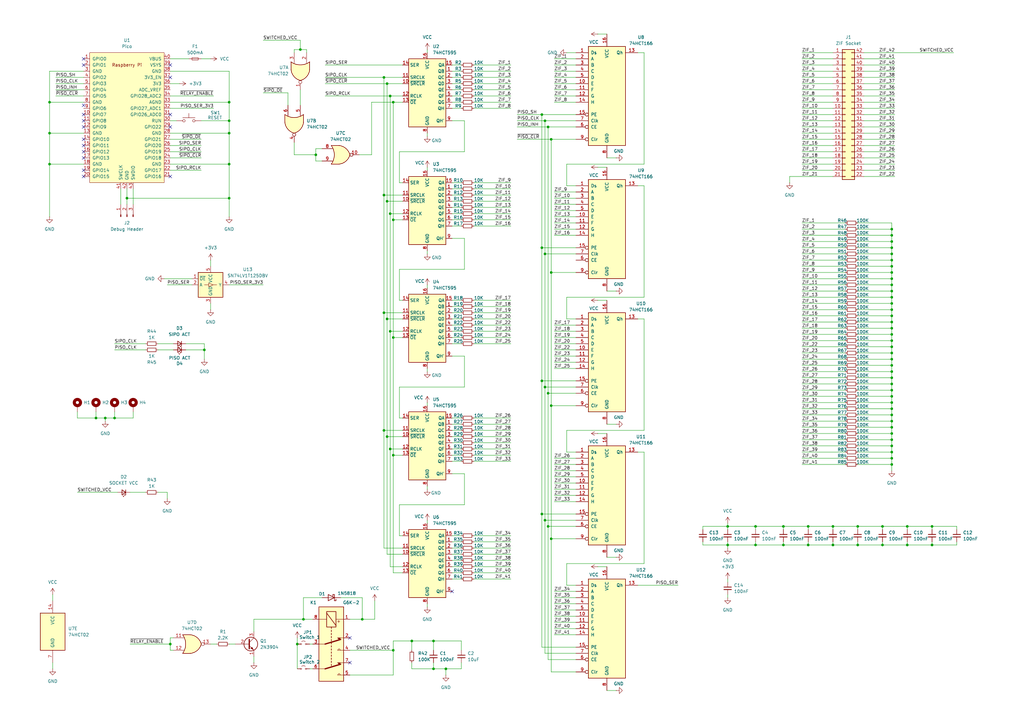
<source format=kicad_sch>
(kicad_sch (version 20231120) (generator "eeschema") (generator_version "8.0")
  (paper "A3")
  (lib_symbols
    (symbol "74xx:74HC02" (pin_names (offset 1.016))
      (property "Reference" "U" (at 0 1.27 0))
      (property "Value" "74HC02" (at 0 -1.27 0))
      (symbol "74HC02_1_1"
        (pin output inverted (at 7.62 0 180) (length 3.81) (name "~") (number "1"))
        (pin input line (at -7.62 2.54 0) (length 4.318) (name "~") (number "2"))
        (pin input line (at -7.62 -2.54 0) (length 4.318) (name "~") (number "3"))
      )
      (symbol "74HC02_1_2"
        (pin output line (at 7.62 0 180) (length 3.81) (name "~") (number "1"))
        (pin input inverted (at -7.62 2.54 0) (length 3.81) (name "~") (number "2"))
        (pin input inverted (at -7.62 -2.54 0) (length 3.81) (name "~") (number "3"))
      )
      (symbol "74HC02_2_1"
        (pin output inverted (at 7.62 0 180) (length 3.81) (name "~") (number "4"))
        (pin input line (at -7.62 2.54 0) (length 4.318) (name "~") (number "5"))
        (pin input line (at -7.62 -2.54 0) (length 4.318) (name "~") (number "6"))
      )
      (symbol "74HC02_2_2"
        (pin output line (at 7.62 0 180) (length 3.81) (name "~") (number "4"))
        (pin input inverted (at -7.62 2.54 0) (length 3.81) (name "~") (number "5"))
        (pin input inverted (at -7.62 -2.54 0) (length 3.81) (name "~") (number "6"))
      )
      (symbol "74HC02_3_1"
        (pin output inverted (at 7.62 0 180) (length 3.81) (name "~") (number "10"))
        (pin input line (at -7.62 2.54 0) (length 4.318) (name "~") (number "8"))
        (pin input line (at -7.62 -2.54 0) (length 4.318) (name "~") (number "9"))
      )
      (symbol "74HC02_3_2"
        (pin output line (at 7.62 0 180) (length 3.81) (name "~") (number "10"))
        (pin input inverted (at -7.62 2.54 0) (length 3.81) (name "~") (number "8"))
        (pin input inverted (at -7.62 -2.54 0) (length 3.81) (name "~") (number "9"))
      )
      (symbol "74HC02_4_1"
        (pin input line (at -7.62 2.54 0) (length 4.318) (name "~") (number "11"))
        (pin input line (at -7.62 -2.54 0) (length 4.318) (name "~") (number "12"))
        (pin output inverted (at 7.62 0 180) (length 3.81) (name "~") (number "13"))
      )
      (symbol "74HC02_4_2"
        (pin input inverted (at -7.62 2.54 0) (length 3.81) (name "~") (number "11"))
        (pin input inverted (at -7.62 -2.54 0) (length 3.81) (name "~") (number "12"))
        (pin output line (at 7.62 0 180) (length 3.81) (name "~") (number "13"))
      )
      (symbol "74HC02_5_0"
        (pin power_in line (at 0 12.7 270) (length 5.08) (name "VCC") (number "14"))
        (pin power_in line (at 0 -12.7 90) (length 5.08) (name "GND") (number "7"))
      )
    )
    (symbol "74xx:74HC595"
      (property "Reference" "U" (at -7.62 13.97 0))
      (property "Value" "74HC595" (at -7.62 -16.51 0))
      (symbol "74HC595_1_0"
        (pin tri_state line (at 10.16 7.62 180) (length 2.54) (name "QB") (number "1"))
        (pin input line (at -10.16 2.54 0) (length 2.54) (name "~{SRCLR}") (number "10"))
        (pin input line (at -10.16 5.08 0) (length 2.54) (name "SRCLK") (number "11"))
        (pin input line (at -10.16 -2.54 0) (length 2.54) (name "RCLK") (number "12"))
        (pin input line (at -10.16 -5.08 0) (length 2.54) (name "~{OE}") (number "13"))
        (pin input line (at -10.16 10.16 0) (length 2.54) (name "SER") (number "14"))
        (pin tri_state line (at 10.16 10.16 180) (length 2.54) (name "QA") (number "15"))
        (pin power_in line (at 0 15.24 270) (length 2.54) (name "VCC") (number "16"))
        (pin tri_state line (at 10.16 5.08 180) (length 2.54) (name "QC") (number "2"))
        (pin tri_state line (at 10.16 2.54 180) (length 2.54) (name "QD") (number "3"))
        (pin tri_state line (at 10.16 0 180) (length 2.54) (name "QE") (number "4"))
        (pin tri_state line (at 10.16 -2.54 180) (length 2.54) (name "QF") (number "5"))
        (pin tri_state line (at 10.16 -5.08 180) (length 2.54) (name "QG") (number "6"))
        (pin tri_state line (at 10.16 -7.62 180) (length 2.54) (name "QH") (number "7"))
        (pin power_in line (at 0 -17.78 90) (length 2.54) (name "GND") (number "8"))
        (pin output line (at 10.16 -12.7 180) (length 2.54) (name "QH'") (number "9"))
      )
    )
    (symbol "74xx:74LS166" (pin_names (offset 1.016))
      (property "Reference" "U" (at -7.62 21.59 0))
      (property "Value" "74LS166" (at -7.62 -21.59 0))
      (symbol "74LS166_1_0"
        (pin input line (at -12.7 17.78 0) (length 5.08) (name "Ds") (number "1"))
        (pin input line (at -12.7 5.08 0) (length 5.08) (name "E") (number "10"))
        (pin input line (at -12.7 2.54 0) (length 5.08) (name "F") (number "11"))
        (pin input line (at -12.7 0 0) (length 5.08) (name "G") (number "12"))
        (pin output line (at 12.7 17.78 180) (length 5.08) (name "Qh") (number "13"))
        (pin input line (at -12.7 -2.54 0) (length 5.08) (name "H") (number "14"))
        (pin input inverted (at -12.7 -7.62 0) (length 5.08) (name "PE") (number "15"))
        (pin power_in line (at 0 25.4 270) (length 5.08) (name "VCC") (number "16"))
        (pin input line (at -12.7 15.24 0) (length 5.08) (name "A") (number "2"))
        (pin input line (at -12.7 12.7 0) (length 5.08) (name "B") (number "3"))
        (pin input line (at -12.7 10.16 0) (length 5.08) (name "C") (number "4"))
        (pin input line (at -12.7 7.62 0) (length 5.08) (name "D") (number "5"))
        (pin input inverted (at -12.7 -12.7 0) (length 5.08) (name "CE") (number "6"))
        (pin input line (at -12.7 -10.16 0) (length 5.08) (name "Clk") (number "7"))
        (pin power_in line (at 0 -25.4 90) (length 5.08) (name "GND") (number "8"))
        (pin input inverted (at -12.7 -17.78 0) (length 5.08) (name "Clr") (number "9"))
      )
    )
    (symbol "Connector:Conn_01x03_Pin" (pin_names (offset 1.016) hide)
      (property "Reference" "J" (at 0 5.08 0))
      (property "Value" "Conn_01x03_Pin" (at 0 -5.08 0))
      (symbol "Conn_01x03_Pin_1_1"
        (pin passive line (at 5.08 2.54 180) (length 3.81) (name "Pin_1") (number "1"))
        (pin passive line (at 5.08 0 180) (length 3.81) (name "Pin_2") (number "2"))
        (pin passive line (at 5.08 -2.54 180) (length 3.81) (name "Pin_3") (number "3"))
      )
    )
    (symbol "Connector_Generic:Conn_02x21_Counter_Clockwise" (pin_names (offset 1.016) hide)
      (property "Reference" "J" (at 1.27 27.94 0))
      (property "Value" "Conn_02x21_Counter_Clockwise" (at 1.27 -27.94 0))
      (symbol "Conn_02x21_Counter_Clockwise_1_1"
        (pin passive line (at -5.08 25.4 0) (length 3.81) (name "Pin_1") (number "1"))
        (pin passive line (at -5.08 2.54 0) (length 3.81) (name "Pin_10") (number "10"))
        (pin passive line (at -5.08 0 0) (length 3.81) (name "Pin_11") (number "11"))
        (pin passive line (at -5.08 -2.54 0) (length 3.81) (name "Pin_12") (number "12"))
        (pin passive line (at -5.08 -5.08 0) (length 3.81) (name "Pin_13") (number "13"))
        (pin passive line (at -5.08 -7.62 0) (length 3.81) (name "Pin_14") (number "14"))
        (pin passive line (at -5.08 -10.16 0) (length 3.81) (name "Pin_15") (number "15"))
        (pin passive line (at -5.08 -12.7 0) (length 3.81) (name "Pin_16") (number "16"))
        (pin passive line (at -5.08 -15.24 0) (length 3.81) (name "Pin_17") (number "17"))
        (pin passive line (at -5.08 -17.78 0) (length 3.81) (name "Pin_18") (number "18"))
        (pin passive line (at -5.08 -20.32 0) (length 3.81) (name "Pin_19") (number "19"))
        (pin passive line (at -5.08 22.86 0) (length 3.81) (name "Pin_2") (number "2"))
        (pin passive line (at -5.08 -22.86 0) (length 3.81) (name "Pin_20") (number "20"))
        (pin passive line (at -5.08 -25.4 0) (length 3.81) (name "Pin_21") (number "21"))
        (pin passive line (at 7.62 -25.4 180) (length 3.81) (name "Pin_22") (number "22"))
        (pin passive line (at 7.62 -22.86 180) (length 3.81) (name "Pin_23") (number "23"))
        (pin passive line (at 7.62 -20.32 180) (length 3.81) (name "Pin_24") (number "24"))
        (pin passive line (at 7.62 -17.78 180) (length 3.81) (name "Pin_25") (number "25"))
        (pin passive line (at 7.62 -15.24 180) (length 3.81) (name "Pin_26") (number "26"))
        (pin passive line (at 7.62 -12.7 180) (length 3.81) (name "Pin_27") (number "27"))
        (pin passive line (at 7.62 -10.16 180) (length 3.81) (name "Pin_28") (number "28"))
        (pin passive line (at 7.62 -7.62 180) (length 3.81) (name "Pin_29") (number "29"))
        (pin passive line (at -5.08 20.32 0) (length 3.81) (name "Pin_3") (number "3"))
        (pin passive line (at 7.62 -5.08 180) (length 3.81) (name "Pin_30") (number "30"))
        (pin passive line (at 7.62 -2.54 180) (length 3.81) (name "Pin_31") (number "31"))
        (pin passive line (at 7.62 0 180) (length 3.81) (name "Pin_32") (number "32"))
        (pin passive line (at 7.62 2.54 180) (length 3.81) (name "Pin_33") (number "33"))
        (pin passive line (at 7.62 5.08 180) (length 3.81) (name "Pin_34") (number "34"))
        (pin passive line (at 7.62 7.62 180) (length 3.81) (name "Pin_35") (number "35"))
        (pin passive line (at 7.62 10.16 180) (length 3.81) (name "Pin_36") (number "36"))
        (pin passive line (at 7.62 12.7 180) (length 3.81) (name "Pin_37") (number "37"))
        (pin passive line (at 7.62 15.24 180) (length 3.81) (name "Pin_38") (number "38"))
        (pin passive line (at 7.62 17.78 180) (length 3.81) (name "Pin_39") (number "39"))
        (pin passive line (at -5.08 17.78 0) (length 3.81) (name "Pin_4") (number "4"))
        (pin passive line (at 7.62 20.32 180) (length 3.81) (name "Pin_40") (number "40"))
        (pin passive line (at 7.62 22.86 180) (length 3.81) (name "Pin_41") (number "41"))
        (pin passive line (at 7.62 25.4 180) (length 3.81) (name "Pin_42") (number "42"))
        (pin passive line (at -5.08 15.24 0) (length 3.81) (name "Pin_5") (number "5"))
        (pin passive line (at -5.08 12.7 0) (length 3.81) (name "Pin_6") (number "6"))
        (pin passive line (at -5.08 10.16 0) (length 3.81) (name "Pin_7") (number "7"))
        (pin passive line (at -5.08 7.62 0) (length 3.81) (name "Pin_8") (number "8"))
        (pin passive line (at -5.08 5.08 0) (length 3.81) (name "Pin_9") (number "9"))
      )
    )
    (symbol "Device:C_Small" (pin_numbers hide) (pin_names (offset 0.254) hide)
      (property "Reference" "C" (at 0.254 1.778 0))
      (property "Value" "C_Small" (at 0.254 -2.032 0))
      (symbol "C_Small_1_1"
        (pin passive line (at 0 2.54 270) (length 2.032) (name "~") (number "1"))
        (pin passive line (at 0 -2.54 90) (length 2.032) (name "~") (number "2"))
      )
    )
    (symbol "Device:Fuse_Small" (pin_numbers hide) (pin_names (offset 0.254) hide)
      (property "Reference" "F" (at 0 -1.524 0))
      (property "Value" "Fuse_Small" (at 0 1.524 0))
      (symbol "Fuse_Small_1_1"
        (pin passive line (at -2.54 0 0) (length 1.27) (name "~") (number "1"))
        (pin passive line (at 2.54 0 180) (length 1.27) (name "~") (number "2"))
      )
    )
    (symbol "Device:LED_Small" (pin_numbers hide) (pin_names (offset 0.254) hide)
      (property "Reference" "D" (at -1.27 3.175 0))
      (property "Value" "LED_Small" (at -4.445 -2.54 0))
      (symbol "LED_Small_1_1"
        (pin passive line (at -2.54 0 0) (length 1.778) (name "K") (number "1"))
        (pin passive line (at 2.54 0 180) (length 1.778) (name "A") (number "2"))
      )
    )
    (symbol "Device:R_Small" (pin_numbers hide) (pin_names (offset 0.254) hide)
      (property "Reference" "R" (at 0.762 0.508 0))
      (property "Value" "R_Small" (at 0.762 -1.016 0))
      (symbol "R_Small_1_1"
        (pin passive line (at 0 2.54 270) (length 0.762) (name "~") (number "1"))
        (pin passive line (at 0 -2.54 90) (length 0.762) (name "~") (number "2"))
      )
    )
    (symbol "Diode:1N5818" (pin_numbers hide) (pin_names (offset 1.016) hide)
      (property "Reference" "D" (at 0 2.54 0))
      (property "Value" "1N5818" (at 0 -2.54 0))
      (symbol "1N5818_1_1"
        (pin passive line (at -3.81 0 0) (length 2.54) (name "K") (number "1"))
        (pin passive line (at 3.81 0 180) (length 2.54) (name "A") (number "2"))
      )
    )
    (symbol "Jumper:Jumper_2_Small_Open" (pin_numbers hide) (pin_names (offset 0) hide) (exclude_from_sim yes)
      (property "Reference" "JP" (at 0 2.794 0))
      (property "Value" "Jumper_2_Small_Open" (at 0 -2.286 0))
      (symbol "Jumper_2_Small_Open_1_1"
        (pin passive line (at -2.54 0 0) (length 1.27) (name "A") (number "1"))
        (pin passive line (at 2.54 0 180) (length 1.27) (name "B") (number "2"))
      )
    )
    (symbol "Logic_LevelTranslator:SN74LV1T125DBV"
      (property "Reference" "U" (at 5.08 6.35 0))
      (property "Value" "SN74LV1T125DBV" (at 5.08 3.81 0))
      (symbol "SN74LV1T125DBV_1_1"
        (pin input line (at -7.62 2.54 0) (length 2.54) (name "~{OE}") (number "1"))
        (pin input line (at -7.62 0 0) (length 2.54) (name "A") (number "2"))
        (pin power_in line (at 0 -7.62 90) (length 2.54) (name "GND") (number "3"))
        (pin output line (at 7.62 0 180) (length 2.54) (name "Y") (number "4"))
        (pin power_in line (at 0 7.62 270) (length 2.54) (name "VCC") (number "5"))
      )
    )
    (symbol "MCU_RaspberryPi_and_Boards:Pico" (pin_names (offset 1.016))
      (property "Reference" "U" (at -13.97 27.94 0))
      (property "Value" "Pico" (at 0 19.05 0))
      (symbol "Pico_0_0"
        (text "Raspberry Pi" (at 0 21.59 0) (effects (font (size 1.27 1.27))))
      )
      (symbol "Pico_1_1"
        (pin bidirectional line (at -17.78 24.13 0) (length 2.54) (name "GPIO0") (number "1"))
        (pin bidirectional line (at -17.78 1.27 0) (length 2.54) (name "GPIO7") (number "10"))
        (pin bidirectional line (at -17.78 -1.27 0) (length 2.54) (name "GPIO8") (number "11"))
        (pin bidirectional line (at -17.78 -3.81 0) (length 2.54) (name "GPIO9") (number "12"))
        (pin power_in line (at -17.78 -6.35 0) (length 2.54) (name "GND") (number "13"))
        (pin bidirectional line (at -17.78 -8.89 0) (length 2.54) (name "GPIO10") (number "14"))
        (pin bidirectional line (at -17.78 -11.43 0) (length 2.54) (name "GPIO11") (number "15"))
        (pin bidirectional line (at -17.78 -13.97 0) (length 2.54) (name "GPIO12") (number "16"))
        (pin bidirectional line (at -17.78 -16.51 0) (length 2.54) (name "GPIO13") (number "17"))
        (pin power_in line (at -17.78 -19.05 0) (length 2.54) (name "GND") (number "18"))
        (pin bidirectional line (at -17.78 -21.59 0) (length 2.54) (name "GPIO14") (number "19"))
        (pin bidirectional line (at -17.78 21.59 0) (length 2.54) (name "GPIO1") (number "2"))
        (pin bidirectional line (at -17.78 -24.13 0) (length 2.54) (name "GPIO15") (number "20"))
        (pin bidirectional line (at 17.78 -24.13 180) (length 2.54) (name "GPIO16") (number "21"))
        (pin bidirectional line (at 17.78 -21.59 180) (length 2.54) (name "GPIO17") (number "22"))
        (pin power_in line (at 17.78 -19.05 180) (length 2.54) (name "GND") (number "23"))
        (pin bidirectional line (at 17.78 -16.51 180) (length 2.54) (name "GPIO18") (number "24"))
        (pin bidirectional line (at 17.78 -13.97 180) (length 2.54) (name "GPIO19") (number "25"))
        (pin bidirectional line (at 17.78 -11.43 180) (length 2.54) (name "GPIO20") (number "26"))
        (pin bidirectional line (at 17.78 -8.89 180) (length 2.54) (name "GPIO21") (number "27"))
        (pin power_in line (at 17.78 -6.35 180) (length 2.54) (name "GND") (number "28"))
        (pin bidirectional line (at 17.78 -3.81 180) (length 2.54) (name "GPIO22") (number "29"))
        (pin power_in line (at -17.78 19.05 0) (length 2.54) (name "GND") (number "3"))
        (pin input line (at 17.78 -1.27 180) (length 2.54) (name "RUN") (number "30"))
        (pin bidirectional line (at 17.78 1.27 180) (length 2.54) (name "GPIO26_ADC0") (number "31"))
        (pin bidirectional line (at 17.78 3.81 180) (length 2.54) (name "GPIO27_ADC1") (number "32"))
        (pin power_in line (at 17.78 6.35 180) (length 2.54) (name "AGND") (number "33"))
        (pin bidirectional line (at 17.78 8.89 180) (length 2.54) (name "GPIO28_ADC2") (number "34"))
        (pin unspecified line (at 17.78 11.43 180) (length 2.54) (name "ADC_VREF") (number "35"))
        (pin unspecified line (at 17.78 13.97 180) (length 2.54) (name "3V3") (number "36"))
        (pin input line (at 17.78 16.51 180) (length 2.54) (name "3V3_EN") (number "37"))
        (pin bidirectional line (at 17.78 19.05 180) (length 2.54) (name "GND") (number "38"))
        (pin unspecified line (at 17.78 21.59 180) (length 2.54) (name "VSYS") (number "39"))
        (pin bidirectional line (at -17.78 16.51 0) (length 2.54) (name "GPIO2") (number "4"))
        (pin unspecified line (at 17.78 24.13 180) (length 2.54) (name "VBUS") (number "40"))
        (pin input line (at -2.54 -29.21 90) (length 2.54) (name "SWCLK") (number "41"))
        (pin power_in line (at 0 -29.21 90) (length 2.54) (name "GND") (number "42"))
        (pin bidirectional line (at 2.54 -29.21 90) (length 2.54) (name "SWDIO") (number "43"))
        (pin bidirectional line (at -17.78 13.97 0) (length 2.54) (name "GPIO3") (number "5"))
        (pin bidirectional line (at -17.78 11.43 0) (length 2.54) (name "GPIO4") (number "6"))
        (pin bidirectional line (at -17.78 8.89 0) (length 2.54) (name "GPIO5") (number "7"))
        (pin power_in line (at -17.78 6.35 0) (length 2.54) (name "GND") (number "8"))
        (pin bidirectional line (at -17.78 3.81 0) (length 2.54) (name "GPIO6") (number "9"))
      )
    )
    (symbol "Mechanical:MountingHole_Pad" (pin_numbers hide) (pin_names (offset 1.016) hide) (exclude_from_sim yes) (in_bom no)
      (property "Reference" "H" (at 0 6.35 0))
      (property "Value" "MountingHole_Pad" (at 0 4.445 0))
      (symbol "MountingHole_Pad_1_1"
        (pin input line (at 0 -2.54 90) (length 2.54) (name "1") (number "1"))
      )
    )
    (symbol "Relay:G6K-2"
      (property "Reference" "K" (at 16.51 3.81 0))
      (property "Value" "G6K-2" (at 16.51 1.27 0))
      (symbol "G6K-2_0_0"
        (text "+" (at -9.271 2.921 0) (effects (font (size 1.27 1.27))))
      )
      (symbol "G6K-2_1_1"
        (pin passive line (at -10.16 7.62 270) (length 2.54) (name "~") (number "1"))
        (pin passive line (at -2.54 7.62 270) (length 2.54) (name "~") (number "2"))
        (pin passive line (at 0 -7.62 90) (length 2.54) (name "~") (number "3"))
        (pin passive line (at 2.54 7.62 270) (length 2.54) (name "~") (number "4"))
        (pin passive line (at 12.7 7.62 270) (length 2.54) (name "~") (number "5"))
        (pin passive line (at 10.16 -7.62 90) (length 2.54) (name "~") (number "6"))
        (pin passive line (at 7.62 7.62 270) (length 2.54) (name "~") (number "7"))
        (pin passive line (at -10.16 -7.62 90) (length 2.54) (name "~") (number "8"))
      )
    )
    (symbol "Switch:SW_Push" (pin_numbers hide) (pin_names (offset 1.016) hide)
      (property "Reference" "SW" (at 1.27 2.54 0))
      (property "Value" "SW_Push" (at 0 -1.524 0))
      (symbol "SW_Push_0_1"
        (pin passive line (at -5.08 0 0) (length 2.54) (name "1") (number "1"))
        (pin passive line (at 5.08 0 180) (length 2.54) (name "2") (number "2"))
      )
    )
    (symbol "Transistor_BJT:2N3904" (pin_names (offset 0) hide)
      (property "Reference" "Q" (at 5.08 1.905 0))
      (property "Value" "2N3904" (at 5.08 0 0))
      (symbol "2N3904_1_1"
        (pin passive line (at 2.54 -5.08 90) (length 2.54) (name "E") (number "1"))
        (pin passive line (at -5.08 0 0) (length 5.715) (name "B") (number "2"))
        (pin passive line (at 2.54 5.08 270) (length 2.54) (name "C") (number "3"))
      )
    )
    (symbol "power:+3V3" (power) (pin_numbers hide) (pin_names (offset 0) hide)
      (property "Value" "+3V3" (at 0 3.556 0))
      (symbol "+3V3_1_1"
        (pin power_in line (at 0 0 90) (length 0) (name "~") (number "1"))
      )
    )
    (symbol "power:GND" (power) (pin_numbers hide) (pin_names (offset 0) hide)
      (property "Value" "GND" (at 0 -3.81 0))
      (symbol "GND_1_1"
        (pin power_in line (at 0 0 270) (length 0) (name "~") (number "1"))
      )
    )
    (symbol "power:VCC" (power) (pin_numbers hide) (pin_names (offset 0) hide)
      (property "Value" "VCC" (at 0 3.556 0))
      (symbol "VCC_1_1"
        (pin power_in line (at 0 0 90) (length 0) (name "~") (number "1"))
      )
    )
  )
  (junction (at 158.75 34.29))
  (junction (at 222.25 210.82))
  (junction (at 365.76 167.64))
  (junction (at 223.52 158.75))
  (junction (at 365.76 127))
  (junction (at 20.32 41.91))
  (junction (at 382.27 215.9))
  (junction (at 365.76 104.14))
  (junction (at 331.47 215.9))
  (junction (at 365.76 137.16))
  (junction (at 161.29 138.43))
  (junction (at 226.06 166.37))
  (junction (at 160.02 87.63))
  (junction (at 223.52 213.36))
  (junction (at 129.54 63.5))
  (junction (at 226.06 220.98))
  (junction (at 226.06 111.76))
  (junction (at 222.25 101.6))
  (junction (at 158.75 179.07))
  (junction (at 321.31 223.52))
  (junction (at 365.76 93.98))
  (junction (at 365.76 99.06))
  (junction (at 365.76 134.62))
  (junction (at 365.76 162.56))
  (junction (at 365.76 111.76))
  (junction (at 365.76 124.46))
  (junction (at 365.76 139.7))
  (junction (at 351.79 223.52))
  (junction (at 365.76 185.42))
  (junction (at 365.76 119.38))
  (junction (at 309.88 215.9))
  (junction (at 20.32 54.61))
  (junction (at 160.02 135.89))
  (junction (at 93.98 41.91))
  (junction (at 365.76 165.1))
  (junction (at 182.88 274.32))
  (junction (at 365.76 106.68))
  (junction (at 223.52 49.53))
  (junction (at 361.95 223.52))
  (junction (at 157.48 31.75))
  (junction (at 226.06 57.15))
  (junction (at 93.98 67.31))
  (junction (at 224.79 215.9))
  (junction (at 365.76 187.96))
  (junction (at 365.76 180.34))
  (junction (at 93.98 49.53))
  (junction (at 365.76 129.54))
  (junction (at 157.48 80.01))
  (junction (at 39.37 171.45))
  (junction (at 161.29 41.91))
  (junction (at 298.45 223.52))
  (junction (at 365.76 157.48))
  (junction (at 365.76 149.86))
  (junction (at 365.76 101.6))
  (junction (at 365.76 172.72))
  (junction (at 93.98 81.28))
  (junction (at 321.31 215.9))
  (junction (at 309.88 223.52))
  (junction (at 157.48 128.27))
  (junction (at 382.27 223.52))
  (junction (at 168.91 262.89))
  (junction (at 365.76 121.92))
  (junction (at 365.76 154.94))
  (junction (at 224.79 52.07))
  (junction (at 158.75 82.55))
  (junction (at 158.75 130.81))
  (junction (at 365.76 109.22))
  (junction (at 365.76 116.84))
  (junction (at 365.76 170.18))
  (junction (at 365.76 177.8))
  (junction (at 341.63 215.9))
  (junction (at 361.95 215.9))
  (junction (at 224.79 161.29))
  (junction (at 157.48 176.53))
  (junction (at 52.07 81.28))
  (junction (at 331.47 223.52))
  (junction (at 46.99 171.45))
  (junction (at 365.76 144.78))
  (junction (at 161.29 266.7))
  (junction (at 365.76 147.32))
  (junction (at 121.92 264.16))
  (junction (at 20.32 67.31))
  (junction (at 365.76 152.4))
  (junction (at 372.11 215.9))
  (junction (at 365.76 175.26))
  (junction (at 223.52 104.14))
  (junction (at 161.29 90.17))
  (junction (at 365.76 182.88))
  (junction (at 123.19 20.32))
  (junction (at 365.76 114.3))
  (junction (at 365.76 132.08))
  (junction (at 341.63 223.52))
  (junction (at 177.8 262.89))
  (junction (at 365.76 160.02))
  (junction (at 124.46 254))
  (junction (at 69.85 264.16))
  (junction (at 351.79 215.9))
  (junction (at 83.82 143.51))
  (junction (at 365.76 96.52))
  (junction (at 365.76 142.24))
  (junction (at 222.25 46.99))
  (junction (at 161.29 186.69))
  (junction (at 222.25 156.21))
  (junction (at 298.45 215.9))
  (junction (at 177.8 274.32))
  (junction (at 43.18 171.45))
  (junction (at 372.11 223.52))
  (junction (at 148.59 254))
  (junction (at 93.98 54.61))
  (junction (at 160.02 184.15))
  (junction (at 160.02 39.37))
  (junction (at 365.76 190.5))
  (no_connect (at 34.29 43.18))
  (no_connect (at 34.29 69.85))
  (no_connect (at 34.29 62.23))
  (no_connect (at 34.29 24.13))
  (no_connect (at 69.85 72.39))
  (no_connect (at 34.29 64.77))
  (no_connect (at 143.51 271.78))
  (no_connect (at 34.29 59.69))
  (no_connect (at 69.85 31.75))
  (no_connect (at 185.42 242.57))
  (no_connect (at 69.85 52.07))
  (no_connect (at 143.51 261.62))
  (no_connect (at 34.29 49.53))
  (no_connect (at 69.85 46.99))
  (no_connect (at 69.85 26.67))
  (no_connect (at 34.29 57.15))
  (no_connect (at 34.29 52.07))
  (no_connect (at 34.29 46.99))
  (no_connect (at 34.29 72.39))
  (no_connect (at 34.29 26.67))
  (wire (pts (xy 22.86 39.37) (xy 34.29 39.37)))
  (wire (pts (xy 365.76 175.26) (xy 365.76 177.8)))
  (wire (pts (xy 351.79 152.4) (xy 365.76 152.4)))
  (wire (pts (xy 351.79 121.92) (xy 365.76 121.92)))
  (wire (pts (xy 331.47 223.52) (xy 341.63 223.52)))
  (wire (pts (xy 328.93 41.91) (xy 341.63 41.91)))
  (wire (pts (xy 341.63 215.9) (xy 351.79 215.9)))
  (wire (pts (xy 83.82 143.51) (xy 83.82 147.32)))
  (wire (pts (xy 177.8 274.32) (xy 182.88 274.32)))
  (wire (pts (xy 185.42 80.01) (xy 189.23 80.01)))
  (wire (pts (xy 194.31 176.53) (xy 209.55 176.53)))
  (wire (pts (xy 20.32 54.61) (xy 20.32 41.91)))
  (wire (pts (xy 20.32 88.9) (xy 20.32 67.31)))
  (wire (pts (xy 245.11 13.97) (xy 248.92 13.97)))
  (wire (pts (xy 224.79 52.07) (xy 224.79 161.29)))
  (wire (pts (xy 20.32 54.61) (xy 34.29 54.61)))
  (wire (pts (xy 354.33 26.67) (xy 367.03 26.67)))
  (wire (pts (xy 354.33 69.85) (xy 367.03 69.85)))
  (wire (pts (xy 129.54 60.96) (xy 129.54 63.5)))
  (wire (pts (xy 261.62 21.59) (xy 264.16 21.59)))
  (wire (pts (xy 93.98 41.91) (xy 93.98 49.53)))
  (wire (pts (xy 264.16 176.53) (xy 232.41 176.53)))
  (wire (pts (xy 227.33 83.82) (xy 236.22 83.82)))
  (wire (pts (xy 212.09 52.07) (xy 224.79 52.07)))
  (wire (pts (xy 194.31 87.63) (xy 209.55 87.63)))
  (wire (pts (xy 227.33 198.12) (xy 236.22 198.12)))
  (wire (pts (xy 232.41 130.81) (xy 236.22 130.81)))
  (wire (pts (xy 107.95 38.1) (xy 118.11 38.1)))
  (wire (pts (xy 328.93 157.48) (xy 346.71 157.48)))
  (wire (pts (xy 124.46 254) (xy 124.46 245.11)))
  (wire (pts (xy 185.42 135.89) (xy 189.23 135.89)))
  (wire (pts (xy 194.31 31.75) (xy 209.55 31.75)))
  (wire (pts (xy 185.42 140.97) (xy 189.23 140.97)))
  (wire (pts (xy 351.79 180.34) (xy 365.76 180.34)))
  (wire (pts (xy 351.79 106.68) (xy 365.76 106.68)))
  (wire (pts (xy 82.55 49.53) (xy 93.98 49.53)))
  (wire (pts (xy 133.35 31.75) (xy 157.48 31.75)))
  (wire (pts (xy 175.26 247.65) (xy 175.26 248.92)))
  (wire (pts (xy 365.76 157.48) (xy 365.76 160.02)))
  (wire (pts (xy 351.79 124.46) (xy 365.76 124.46)))
  (wire (pts (xy 83.82 140.97) (xy 83.82 143.51)))
  (wire (pts (xy 185.42 34.29) (xy 189.23 34.29)))
  (wire (pts (xy 152.4 41.91) (xy 161.29 41.91)))
  (wire (pts (xy 309.88 223.52) (xy 321.31 223.52)))
  (wire (pts (xy 354.33 29.21) (xy 367.03 29.21)))
  (wire (pts (xy 226.06 111.76) (xy 226.06 166.37)))
  (wire (pts (xy 328.93 44.45) (xy 341.63 44.45)))
  (wire (pts (xy 261.62 130.81) (xy 264.16 130.81)))
  (wire (pts (xy 227.33 41.91) (xy 236.22 41.91)))
  (wire (pts (xy 158.75 179.07) (xy 165.1 179.07)))
  (wire (pts (xy 185.42 227.33) (xy 189.23 227.33)))
  (wire (pts (xy 227.33 138.43) (xy 236.22 138.43)))
  (wire (pts (xy 39.37 168.91) (xy 39.37 171.45)))
  (wire (pts (xy 264.16 231.14) (xy 232.41 231.14)))
  (wire (pts (xy 86.36 106.68) (xy 86.36 109.22)))
  (wire (pts (xy 328.93 142.24) (xy 346.71 142.24)))
  (wire (pts (xy 227.33 250.19) (xy 236.22 250.19)))
  (wire (pts (xy 351.79 127) (xy 365.76 127)))
  (wire (pts (xy 158.75 130.81) (xy 158.75 179.07)))
  (wire (pts (xy 328.93 144.78) (xy 346.71 144.78)))
  (wire (pts (xy 245.11 232.41) (xy 248.92 232.41)))
  (wire (pts (xy 185.42 36.83) (xy 189.23 36.83)))
  (wire (pts (xy 351.79 167.64) (xy 365.76 167.64)))
  (wire (pts (xy 190.5 62.23) (xy 163.83 62.23)))
  (wire (pts (xy 328.93 167.64) (xy 346.71 167.64)))
  (wire (pts (xy 168.91 271.78) (xy 168.91 274.32)))
  (wire (pts (xy 194.31 41.91) (xy 209.55 41.91)))
  (wire (pts (xy 351.79 101.6) (xy 365.76 101.6)))
  (wire (pts (xy 264.16 121.92) (xy 232.41 121.92)))
  (wire (pts (xy 365.76 190.5) (xy 365.76 193.04)))
  (wire (pts (xy 328.93 64.77) (xy 341.63 64.77)))
  (wire (pts (xy 224.79 215.9) (xy 236.22 215.9)))
  (wire (pts (xy 21.59 243.84) (xy 21.59 246.38)))
  (wire (pts (xy 120.65 58.42) (xy 120.65 63.5)))
  (wire (pts (xy 328.93 185.42) (xy 346.71 185.42)))
  (wire (pts (xy 68.58 116.84) (xy 78.74 116.84)))
  (wire (pts (xy 185.42 234.95) (xy 189.23 234.95)))
  (wire (pts (xy 354.33 46.99) (xy 367.03 46.99)))
  (wire (pts (xy 392.43 215.9) (xy 392.43 217.17)))
  (wire (pts (xy 365.76 93.98) (xy 365.76 96.52)))
  (wire (pts (xy 223.52 104.14) (xy 223.52 158.75)))
  (wire (pts (xy 104.14 269.24) (xy 104.14 271.78)))
  (wire (pts (xy 20.32 67.31) (xy 20.32 54.61)))
  (wire (pts (xy 194.31 44.45) (xy 209.55 44.45)))
  (wire (pts (xy 328.93 127) (xy 346.71 127)))
  (wire (pts (xy 328.93 24.13) (xy 341.63 24.13)))
  (wire (pts (xy 160.02 87.63) (xy 160.02 135.89)))
  (wire (pts (xy 190.5 194.31) (xy 190.5 207.01)))
  (wire (pts (xy 223.52 213.36) (xy 223.52 267.97)))
  (wire (pts (xy 161.29 138.43) (xy 161.29 186.69)))
  (wire (pts (xy 328.93 52.07) (xy 341.63 52.07)))
  (wire (pts (xy 226.06 220.98) (xy 226.06 275.59)))
  (wire (pts (xy 328.93 91.44) (xy 346.71 91.44)))
  (wire (pts (xy 69.85 261.62) (xy 69.85 264.16)))
  (wire (pts (xy 222.25 101.6) (xy 222.25 156.21)))
  (wire (pts (xy 194.31 219.71) (xy 209.55 219.71)))
  (wire (pts (xy 20.32 41.91) (xy 34.29 41.91)))
  (wire (pts (xy 185.42 97.79) (xy 190.5 97.79)))
  (wire (pts (xy 351.79 157.48) (xy 365.76 157.48)))
  (wire (pts (xy 354.33 54.61) (xy 367.03 54.61)))
  (wire (pts (xy 321.31 223.52) (xy 331.47 223.52)))
  (wire (pts (xy 288.29 217.17) (xy 288.29 215.9)))
  (wire (pts (xy 177.8 262.89) (xy 189.23 262.89)))
  (wire (pts (xy 175.26 20.32) (xy 175.26 21.59)))
  (wire (pts (xy 48.26 201.93) (xy 31.75 201.93)))
  (wire (pts (xy 328.93 187.96) (xy 346.71 187.96)))
  (wire (pts (xy 309.88 215.9) (xy 309.88 217.17)))
  (wire (pts (xy 160.02 135.89) (xy 165.1 135.89)))
  (wire (pts (xy 351.79 116.84) (xy 365.76 116.84)))
  (wire (pts (xy 127 264.16) (xy 128.27 264.16)))
  (wire (pts (xy 365.76 152.4) (xy 365.76 154.94)))
  (wire (pts (xy 158.75 130.81) (xy 165.1 130.81)))
  (wire (pts (xy 194.31 26.67) (xy 209.55 26.67)))
  (wire (pts (xy 351.79 91.44) (xy 365.76 91.44)))
  (wire (pts (xy 190.5 158.75) (xy 163.83 158.75)))
  (wire (pts (xy 382.27 222.25) (xy 382.27 223.52)))
  (wire (pts (xy 351.79 142.24) (xy 365.76 142.24)))
  (wire (pts (xy 121.92 261.62) (xy 121.92 264.16)))
  (wire (pts (xy 365.76 104.14) (xy 365.76 106.68)))
  (wire (pts (xy 189.23 262.89) (xy 189.23 266.7)))
  (wire (pts (xy 67.31 114.3) (xy 78.74 114.3)))
  (wire (pts (xy 224.79 52.07) (xy 236.22 52.07)))
  (wire (pts (xy 189.23 274.32) (xy 189.23 271.78)))
  (wire (pts (xy 69.85 29.21) (xy 93.98 29.21)))
  (wire (pts (xy 354.33 39.37) (xy 367.03 39.37)))
  (wire (pts (xy 53.34 201.93) (xy 59.69 201.93)))
  (wire (pts (xy 223.52 213.36) (xy 236.22 213.36)))
  (wire (pts (xy 328.93 180.34) (xy 346.71 180.34)))
  (wire (pts (xy 222.25 210.82) (xy 222.25 265.43)))
  (wire (pts (xy 69.85 39.37) (xy 87.63 39.37)))
  (wire (pts (xy 69.85 264.16) (xy 69.85 266.7)))
  (wire (pts (xy 354.33 57.15) (xy 367.03 57.15)))
  (wire (pts (xy 148.59 245.11) (xy 148.59 254)))
  (wire (pts (xy 298.45 243.84) (xy 298.45 245.11)))
  (wire (pts (xy 157.48 176.53) (xy 165.1 176.53)))
  (wire (pts (xy 354.33 36.83) (xy 367.03 36.83)))
  (wire (pts (xy 46.99 168.91) (xy 46.99 171.45)))
  (wire (pts (xy 227.33 29.21) (xy 236.22 29.21)))
  (wire (pts (xy 190.5 110.49) (xy 163.83 110.49)))
  (wire (pts (xy 185.42 44.45) (xy 189.23 44.45)))
  (wire (pts (xy 194.31 181.61) (xy 209.55 181.61)))
  (wire (pts (xy 361.95 223.52) (xy 372.11 223.52)))
  (wire (pts (xy 328.93 36.83) (xy 341.63 36.83)))
  (wire (pts (xy 161.29 276.86) (xy 161.29 266.7)))
  (wire (pts (xy 354.33 21.59) (xy 391.16 21.59)))
  (wire (pts (xy 365.76 121.92) (xy 365.76 124.46)))
  (wire (pts (xy 288.29 222.25) (xy 288.29 223.52)))
  (wire (pts (xy 182.88 274.32) (xy 182.88 276.86)))
  (wire (pts (xy 328.93 31.75) (xy 341.63 31.75)))
  (wire (pts (xy 232.41 240.03) (xy 236.22 240.03)))
  (wire (pts (xy 148.59 254) (xy 153.67 254)))
  (wire (pts (xy 21.59 271.78) (xy 21.59 274.32)))
  (wire (pts (xy 160.02 39.37) (xy 165.1 39.37)))
  (wire (pts (xy 227.33 200.66) (xy 236.22 200.66)))
  (wire (pts (xy 157.48 31.75) (xy 157.48 80.01)))
  (wire (pts (xy 194.31 186.69) (xy 209.55 186.69)))
  (wire (pts (xy 161.29 266.7) (xy 161.29 262.89)))
  (wire (pts (xy 298.45 237.49) (xy 298.45 238.76)))
  (wire (pts (xy 93.98 116.84) (xy 107.95 116.84)))
  (wire (pts (xy 194.31 232.41) (xy 209.55 232.41)))
  (wire (pts (xy 185.42 146.05) (xy 190.5 146.05)))
  (wire (pts (xy 212.09 49.53) (xy 223.52 49.53)))
  (wire (pts (xy 64.77 140.97) (xy 71.12 140.97)))
  (wire (pts (xy 158.75 82.55) (xy 158.75 130.81)))
  (wire (pts (xy 245.11 177.8) (xy 248.92 177.8)))
  (wire (pts (xy 125.73 20.32) (xy 125.73 21.59)))
  (wire (pts (xy 298.45 222.25) (xy 298.45 223.52)))
  (wire (pts (xy 354.33 44.45) (xy 367.03 44.45)))
  (wire (pts (xy 161.29 41.91) (xy 161.29 90.17)))
  (wire (pts (xy 127 274.32) (xy 128.27 274.32)))
  (wire (pts (xy 185.42 41.91) (xy 189.23 41.91)))
  (wire (pts (xy 351.79 182.88) (xy 365.76 182.88)))
  (wire (pts (xy 152.4 41.91) (xy 152.4 63.5)))
  (wire (pts (xy 328.93 182.88) (xy 346.71 182.88)))
  (wire (pts (xy 248.92 64.77) (xy 252.73 64.77)))
  (wire (pts (xy 361.95 222.25) (xy 361.95 223.52)))
  (wire (pts (xy 160.02 184.15) (xy 160.02 232.41)))
  (wire (pts (xy 69.85 34.29) (xy 73.66 34.29)))
  (wire (pts (xy 331.47 222.25) (xy 331.47 223.52)))
  (wire (pts (xy 175.26 199.39) (xy 175.26 200.66)))
  (wire (pts (xy 69.85 57.15) (xy 82.55 57.15)))
  (wire (pts (xy 49.53 77.47) (xy 49.53 83.82)))
  (wire (pts (xy 161.29 90.17) (xy 161.29 138.43)))
  (wire (pts (xy 351.79 144.78) (xy 365.76 144.78)))
  (wire (pts (xy 185.42 181.61) (xy 189.23 181.61)))
  (wire (pts (xy 185.42 77.47) (xy 189.23 77.47)))
  (wire (pts (xy 185.42 74.93) (xy 189.23 74.93)))
  (wire (pts (xy 341.63 223.52) (xy 351.79 223.52)))
  (wire (pts (xy 129.54 63.5) (xy 129.54 66.04)))
  (wire (pts (xy 46.99 140.97) (xy 59.69 140.97)))
  (wire (pts (xy 194.31 85.09) (xy 209.55 85.09)))
  (wire (pts (xy 365.76 139.7) (xy 365.76 142.24)))
  (wire (pts (xy 123.19 20.32) (xy 125.73 20.32)))
  (wire (pts (xy 351.79 132.08) (xy 365.76 132.08)))
  (wire (pts (xy 20.32 41.91) (xy 20.32 29.21)))
  (wire (pts (xy 328.93 49.53) (xy 341.63 49.53)))
  (wire (pts (xy 52.07 81.28) (xy 52.07 83.82)))
  (wire (pts (xy 365.76 170.18) (xy 365.76 172.72)))
  (wire (pts (xy 351.79 170.18) (xy 365.76 170.18)))
  (wire (pts (xy 185.42 123.19) (xy 189.23 123.19)))
  (wire (pts (xy 222.25 46.99) (xy 236.22 46.99)))
  (wire (pts (xy 365.76 154.94) (xy 365.76 157.48)))
  (wire (pts (xy 194.31 123.19) (xy 209.55 123.19)))
  (wire (pts (xy 212.09 57.15) (xy 226.06 57.15)))
  (wire (pts (xy 124.46 245.11) (xy 132.08 245.11)))
  (wire (pts (xy 163.83 207.01) (xy 163.83 219.71)))
  (wire (pts (xy 351.79 147.32) (xy 365.76 147.32)))
  (wire (pts (xy 365.76 119.38) (xy 365.76 121.92)))
  (wire (pts (xy 365.76 180.34) (xy 365.76 182.88)))
  (wire (pts (xy 123.19 16.51) (xy 123.19 20.32)))
  (wire (pts (xy 365.76 99.06) (xy 365.76 101.6)))
  (wire (pts (xy 194.31 133.35) (xy 209.55 133.35)))
  (wire (pts (xy 248.92 228.6) (xy 252.73 228.6)))
  (wire (pts (xy 298.45 214.63) (xy 298.45 215.9)))
  (wire (pts (xy 69.85 266.7) (xy 71.12 266.7)))
  (wire (pts (xy 161.29 262.89) (xy 168.91 262.89)))
  (wire (pts (xy 161.29 186.69) (xy 161.29 234.95)))
  (wire (pts (xy 224.79 161.29) (xy 224.79 215.9)))
  (wire (pts (xy 43.18 171.45) (xy 46.99 171.45)))
  (wire (pts (xy 328.93 57.15) (xy 341.63 57.15)))
  (wire (pts (xy 328.93 154.94) (xy 346.71 154.94)))
  (wire (pts (xy 160.02 232.41) (xy 165.1 232.41)))
  (wire (pts (xy 185.42 133.35) (xy 189.23 133.35)))
  (wire (pts (xy 223.52 49.53) (xy 236.22 49.53)))
  (wire (pts (xy 194.31 173.99) (xy 209.55 173.99)))
  (wire (pts (xy 226.06 57.15) (xy 226.06 111.76)))
  (wire (pts (xy 354.33 52.07) (xy 367.03 52.07)))
  (wire (pts (xy 175.26 213.36) (xy 175.26 214.63)))
  (wire (pts (xy 372.11 215.9) (xy 382.27 215.9)))
  (wire (pts (xy 194.31 90.17) (xy 209.55 90.17)))
  (wire (pts (xy 351.79 215.9) (xy 351.79 217.17)))
  (wire (pts (xy 185.42 138.43) (xy 189.23 138.43)))
  (wire (pts (xy 351.79 96.52) (xy 365.76 96.52)))
  (wire (pts (xy 351.79 114.3) (xy 365.76 114.3)))
  (wire (pts (xy 185.42 171.45) (xy 189.23 171.45)))
  (wire (pts (xy 321.31 215.9) (xy 321.31 217.17)))
  (wire (pts (xy 175.26 165.1) (xy 175.26 166.37)))
  (wire (pts (xy 157.48 128.27) (xy 165.1 128.27)))
  (wire (pts (xy 323.85 72.39) (xy 323.85 74.93)))
  (wire (pts (xy 194.31 171.45) (xy 209.55 171.45)))
  (wire (pts (xy 194.31 234.95) (xy 209.55 234.95)))
  (wire (pts (xy 227.33 203.2) (xy 236.22 203.2)))
  (wire (pts (xy 328.93 147.32) (xy 346.71 147.32)))
  (wire (pts (xy 227.33 24.13) (xy 236.22 24.13)))
  (wire (pts (xy 372.11 215.9) (xy 372.11 217.17)))
  (wire (pts (xy 177.8 271.78) (xy 177.8 274.32)))
  (wire (pts (xy 321.31 215.9) (xy 331.47 215.9)))
  (wire (pts (xy 190.5 49.53) (xy 190.5 62.23)))
  (wire (pts (xy 328.93 111.76) (xy 346.71 111.76)))
  (wire (pts (xy 365.76 165.1) (xy 365.76 167.64)))
  (wire (pts (xy 264.16 76.2) (xy 264.16 121.92)))
  (wire (pts (xy 52.07 77.47) (xy 52.07 81.28)))
  (wire (pts (xy 212.09 46.99) (xy 222.25 46.99)))
  (wire (pts (xy 132.08 60.96) (xy 129.54 60.96)))
  (wire (pts (xy 161.29 138.43) (xy 165.1 138.43)))
  (wire (pts (xy 194.31 222.25) (xy 209.55 222.25)))
  (wire (pts (xy 93.98 264.16) (xy 96.52 264.16)))
  (wire (pts (xy 248.92 119.38) (xy 252.73 119.38)))
  (wire (pts (xy 118.11 43.18) (xy 118.11 38.1)))
  (wire (pts (xy 227.33 34.29) (xy 236.22 34.29)))
  (wire (pts (xy 354.33 31.75) (xy 367.03 31.75)))
  (wire (pts (xy 248.92 283.21) (xy 252.73 283.21)))
  (wire (pts (xy 222.25 101.6) (xy 236.22 101.6)))
  (wire (pts (xy 331.47 215.9) (xy 331.47 217.17)))
  (wire (pts (xy 69.85 64.77) (xy 82.55 64.77)))
  (wire (pts (xy 232.41 67.31) (xy 232.41 76.2)))
  (wire (pts (xy 158.75 82.55) (xy 165.1 82.55)))
  (wire (pts (xy 163.83 219.71) (xy 165.1 219.71)))
  (wire (pts (xy 182.88 274.32) (xy 189.23 274.32)))
  (wire (pts (xy 328.93 121.92) (xy 346.71 121.92)))
  (wire (pts (xy 194.31 34.29) (xy 209.55 34.29)))
  (wire (pts (xy 161.29 90.17) (xy 165.1 90.17)))
  (wire (pts (xy 351.79 139.7) (xy 365.76 139.7)))
  (wire (pts (xy 22.86 31.75) (xy 34.29 31.75)))
  (wire (pts (xy 185.42 128.27) (xy 189.23 128.27)))
  (wire (pts (xy 288.29 215.9) (xy 298.45 215.9)))
  (wire (pts (xy 133.35 34.29) (xy 158.75 34.29)))
  (wire (pts (xy 365.76 114.3) (xy 365.76 116.84)))
  (wire (pts (xy 351.79 172.72) (xy 365.76 172.72)))
  (wire (pts (xy 354.33 34.29) (xy 367.03 34.29)))
  (wire (pts (xy 227.33 190.5) (xy 236.22 190.5)))
  (wire (pts (xy 54.61 171.45) (xy 54.61 168.91)))
  (wire (pts (xy 227.33 26.67) (xy 236.22 26.67)))
  (wire (pts (xy 232.41 121.92) (xy 232.41 130.81)))
  (wire (pts (xy 185.42 229.87) (xy 189.23 229.87)))
  (wire (pts (xy 365.76 111.76) (xy 365.76 114.3)))
  (wire (pts (xy 323.85 72.39) (xy 341.63 72.39)))
  (wire (pts (xy 226.06 220.98) (xy 236.22 220.98)))
  (wire (pts (xy 365.76 132.08) (xy 365.76 134.62)))
  (wire (pts (xy 93.98 29.21) (xy 93.98 41.91)))
  (wire (pts (xy 82.55 24.13) (xy 86.36 24.13)))
  (wire (pts (xy 120.65 63.5) (xy 129.54 63.5)))
  (wire (pts (xy 54.61 77.47) (xy 54.61 83.82)))
  (wire (pts (xy 351.79 175.26) (xy 365.76 175.26)))
  (wire (pts (xy 168.91 274.32) (xy 177.8 274.32)))
  (wire (pts (xy 185.42 130.81) (xy 189.23 130.81)))
  (wire (pts (xy 194.31 135.89) (xy 209.55 135.89)))
  (wire (pts (xy 227.33 255.27) (xy 236.22 255.27)))
  (wire (pts (xy 22.86 36.83) (xy 34.29 36.83)))
  (wire (pts (xy 52.07 81.28) (xy 93.98 81.28)))
  (wire (pts (xy 43.18 171.45) (xy 43.18 172.72)))
  (wire (pts (xy 158.75 179.07) (xy 158.75 227.33)))
  (wire (pts (xy 69.85 69.85) (xy 82.55 69.85)))
  (wire (pts (xy 232.41 185.42) (xy 236.22 185.42)))
  (wire (pts (xy 354.33 49.53) (xy 367.03 49.53)))
  (wire (pts (xy 175.26 151.13) (xy 175.26 152.4)))
  (wire (pts (xy 365.76 177.8) (xy 365.76 180.34)))
  (wire (pts (xy 185.42 179.07) (xy 189.23 179.07)))
  (wire (pts (xy 194.31 128.27) (xy 209.55 128.27)))
  (wire (pts (xy 148.59 254) (xy 143.51 254)))
  (wire (pts (xy 264.16 130.81) (xy 264.16 176.53)))
  (wire (pts (xy 351.79 215.9) (xy 361.95 215.9)))
  (wire (pts (xy 64.77 143.51) (xy 71.12 143.51)))
  (wire (pts (xy 223.52 104.14) (xy 236.22 104.14)))
  (wire (pts (xy 328.93 175.26) (xy 346.71 175.26)))
  (wire (pts (xy 143.51 266.7) (xy 161.29 266.7)))
  (wire (pts (xy 328.93 116.84) (xy 346.71 116.84)))
  (wire (pts (xy 124.46 254) (xy 128.27 254)))
  (wire (pts (xy 354.33 64.77) (xy 367.03 64.77)))
  (wire (pts (xy 185.42 224.79) (xy 189.23 224.79)))
  (wire (pts (xy 39.37 171.45) (xy 43.18 171.45)))
  (wire (pts (xy 328.93 137.16) (xy 346.71 137.16)))
  (wire (pts (xy 222.25 156.21) (xy 236.22 156.21)))
  (wire (pts (xy 157.48 224.79) (xy 165.1 224.79)))
  (wire (pts (xy 245.11 68.58) (xy 248.92 68.58)))
  (wire (pts (xy 185.42 189.23) (xy 189.23 189.23)))
  (wire (pts (xy 46.99 171.45) (xy 54.61 171.45)))
  (wire (pts (xy 157.48 80.01) (xy 157.48 128.27)))
  (wire (pts (xy 107.95 16.51) (xy 123.19 16.51)))
  (wire (pts (xy 69.85 49.53) (xy 72.39 49.53)))
  (wire (pts (xy 194.31 36.83) (xy 209.55 36.83)))
  (wire (pts (xy 351.79 165.1) (xy 365.76 165.1)))
  (wire (pts (xy 185.42 26.67) (xy 189.23 26.67)))
  (wire (pts (xy 31.75 168.91) (xy 31.75 171.45)))
  (wire (pts (xy 185.42 176.53) (xy 189.23 176.53)))
  (wire (pts (xy 69.85 24.13) (xy 77.47 24.13)))
  (wire (pts (xy 227.33 88.9) (xy 236.22 88.9)))
  (wire (pts (xy 261.62 240.03) (xy 278.13 240.03)))
  (wire (pts (xy 185.42 173.99) (xy 189.23 173.99)))
  (wire (pts (xy 227.33 143.51) (xy 236.22 143.51)))
  (wire (pts (xy 158.75 34.29) (xy 165.1 34.29)))
  (wire (pts (xy 351.79 154.94) (xy 365.76 154.94)))
  (wire (pts (xy 351.79 134.62) (xy 365.76 134.62)))
  (wire (pts (xy 328.93 162.56) (xy 346.71 162.56)))
  (wire (pts (xy 227.33 39.37) (xy 236.22 39.37)))
  (wire (pts (xy 223.52 49.53) (xy 223.52 104.14)))
  (wire (pts (xy 69.85 41.91) (xy 93.98 41.91)))
  (wire (pts (xy 328.93 101.6) (xy 346.71 101.6)))
  (wire (pts (xy 223.52 158.75) (xy 223.52 213.36)))
  (wire (pts (xy 328.93 104.14) (xy 346.71 104.14)))
  (wire (pts (xy 224.79 161.29) (xy 236.22 161.29)))
  (wire (pts (xy 328.93 26.67) (xy 341.63 26.67)))
  (wire (pts (xy 365.76 134.62) (xy 365.76 137.16)))
  (wire (pts (xy 227.33 135.89) (xy 236.22 135.89)))
  (wire (pts (xy 163.83 171.45) (xy 165.1 171.45)))
  (wire (pts (xy 123.19 36.83) (xy 123.19 43.18)))
  (wire (pts (xy 120.65 21.59) (xy 120.65 20.32)))
  (wire (pts (xy 227.33 187.96) (xy 236.22 187.96)))
  (wire (pts (xy 157.48 128.27) (xy 157.48 176.53)))
  (wire (pts (xy 143.51 276.86) (xy 161.29 276.86)))
  (wire (pts (xy 227.33 86.36) (xy 236.22 86.36)))
  (wire (pts (xy 194.31 130.81) (xy 209.55 130.81)))
  (wire (pts (xy 185.42 184.15) (xy 189.23 184.15)))
  (wire (pts (xy 227.33 257.81) (xy 236.22 257.81)))
  (wire (pts (xy 120.65 20.32) (xy 123.19 20.32)))
  (wire (pts (xy 351.79 223.52) (xy 361.95 223.52)))
  (wire (pts (xy 232.41 231.14) (xy 232.41 240.03)))
  (wire (pts (xy 158.75 227.33) (xy 165.1 227.33)))
  (wire (pts (xy 194.31 140.97) (xy 209.55 140.97)))
  (wire (pts (xy 224.79 270.51) (xy 236.22 270.51)))
  (wire (pts (xy 328.93 109.22) (xy 346.71 109.22)))
  (wire (pts (xy 365.76 162.56) (xy 365.76 165.1)))
  (wire (pts (xy 365.76 137.16) (xy 365.76 139.7)))
  (wire (pts (xy 365.76 142.24) (xy 365.76 144.78)))
  (wire (pts (xy 185.42 232.41) (xy 189.23 232.41)))
  (wire (pts (xy 298.45 215.9) (xy 309.88 215.9)))
  (wire (pts (xy 194.31 184.15) (xy 209.55 184.15)))
  (wire (pts (xy 175.26 54.61) (xy 175.26 55.88)))
  (wire (pts (xy 139.7 245.11) (xy 148.59 245.11)))
  (wire (pts (xy 382.27 223.52) (xy 392.43 223.52)))
  (wire (pts (xy 31.75 171.45) (xy 39.37 171.45)))
  (wire (pts (xy 328.93 62.23) (xy 341.63 62.23)))
  (wire (pts (xy 361.95 215.9) (xy 361.95 217.17)))
  (wire (pts (xy 365.76 106.68) (xy 365.76 109.22)))
  (wire (pts (xy 351.79 111.76) (xy 365.76 111.76)))
  (wire (pts (xy 298.45 215.9) (xy 298.45 217.17)))
  (wire (pts (xy 224.79 215.9) (xy 224.79 270.51)))
  (wire (pts (xy 328.93 93.98) (xy 346.71 93.98)))
  (wire (pts (xy 298.45 223.52) (xy 309.88 223.52)))
  (wire (pts (xy 227.33 151.13) (xy 236.22 151.13)))
  (wire (pts (xy 328.93 114.3) (xy 346.71 114.3)))
  (wire (pts (xy 328.93 106.68) (xy 346.71 106.68)))
  (wire (pts (xy 175.26 116.84) (xy 175.26 118.11)))
  (wire (pts (xy 365.76 185.42) (xy 365.76 187.96)))
  (wire (pts (xy 175.26 68.58) (xy 175.26 69.85)))
  (wire (pts (xy 354.33 59.69) (xy 367.03 59.69)))
  (wire (pts (xy 351.79 177.8) (xy 365.76 177.8)))
  (wire (pts (xy 185.42 39.37) (xy 189.23 39.37)))
  (wire (pts (xy 328.93 152.4) (xy 346.71 152.4)))
  (wire (pts (xy 163.83 74.93) (xy 165.1 74.93)))
  (wire (pts (xy 64.77 201.93) (xy 68.58 201.93)))
  (wire (pts (xy 365.76 167.64) (xy 365.76 170.18)))
  (wire (pts (xy 328.93 39.37) (xy 341.63 39.37)))
  (wire (pts (xy 226.06 57.15) (xy 236.22 57.15)))
  (wire (pts (xy 185.42 31.75) (xy 189.23 31.75)))
  (wire (pts (xy 372.11 222.25) (xy 372.11 223.52)))
  (wire (pts (xy 185.42 186.69) (xy 189.23 186.69)))
  (wire (pts (xy 161.29 186.69) (xy 165.1 186.69)))
  (wire (pts (xy 354.33 24.13) (xy 367.03 24.13)))
  (wire (pts (xy 328.93 34.29) (xy 341.63 34.29)))
  (wire (pts (xy 328.93 69.85) (xy 341.63 69.85)))
  (wire (pts (xy 194.31 77.47) (xy 209.55 77.47)))
  (wire (pts (xy 245.11 123.19) (xy 248.92 123.19)))
  (wire (pts (xy 354.33 67.31) (xy 367.03 67.31)))
  (wire (pts (xy 328.93 99.06) (xy 346.71 99.06)))
  (wire (pts (xy 69.85 62.23) (xy 82.55 62.23)))
  (wire (pts (xy 185.42 92.71) (xy 189.23 92.71)))
  (wire (pts (xy 227.33 91.44) (xy 236.22 91.44)))
  (wire (pts (xy 160.02 184.15) (xy 165.1 184.15)))
  (wire (pts (xy 133.35 26.67) (xy 165.1 26.67)))
  (wire (pts (xy 86.36 264.16) (xy 88.9 264.16)))
  (wire (pts (xy 226.06 275.59) (xy 236.22 275.59)))
  (wire (pts (xy 365.76 172.72) (xy 365.76 175.26)))
  (wire (pts (xy 175.26 102.87) (xy 175.26 104.14)))
  (wire (pts (xy 341.63 222.25) (xy 341.63 223.52)))
  (wire (pts (xy 372.11 223.52) (xy 382.27 223.52)))
  (wire (pts (xy 227.33 193.04) (xy 236.22 193.04)))
  (wire (pts (xy 328.93 165.1) (xy 346.71 165.1)))
  (wire (pts (xy 227.33 31.75) (xy 236.22 31.75)))
  (wire (pts (xy 68.58 201.93) (xy 68.58 204.47)))
  (wire (pts (xy 351.79 119.38) (xy 365.76 119.38)))
  (wire (pts (xy 190.5 97.79) (xy 190.5 110.49)))
  (wire (pts (xy 104.14 254) (xy 124.46 254)))
  (wire (pts (xy 69.85 261.62) (xy 71.12 261.62)))
  (wire (pts (xy 328.93 59.69) (xy 341.63 59.69)))
  (wire (pts (xy 351.79 149.86) (xy 365.76 149.86)))
  (wire (pts (xy 222.25 46.99) (xy 222.25 101.6)))
  (wire (pts (xy 157.48 31.75) (xy 165.1 31.75)))
  (wire (pts (xy 223.52 158.75) (xy 236.22 158.75)))
  (wire (pts (xy 20.32 67.31) (xy 34.29 67.31)))
  (wire (pts (xy 69.85 67.31) (xy 93.98 67.31)))
  (wire (pts (xy 382.27 215.9) (xy 382.27 217.17)))
  (wire (pts (xy 185.42 237.49) (xy 189.23 237.49)))
  (wire (pts (xy 227.33 245.11) (xy 236.22 245.11)))
  (wire (pts (xy 261.62 185.42) (xy 264.16 185.42)))
  (wire (pts (xy 392.43 223.52) (xy 392.43 222.25)))
  (wire (pts (xy 227.33 36.83) (xy 236.22 36.83)))
  (wire (pts (xy 190.5 207.01) (xy 163.83 207.01)))
  (wire (pts (xy 69.85 54.61) (xy 93.98 54.61)))
  (wire (pts (xy 354.33 41.91) (xy 367.03 41.91)))
  (wire (pts (xy 351.79 129.54) (xy 365.76 129.54)))
  (wire (pts (xy 160.02 87.63) (xy 165.1 87.63)))
  (wire (pts (xy 328.93 134.62) (xy 346.71 134.62)))
  (wire (pts (xy 351.79 93.98) (xy 365.76 93.98)))
  (wire (pts (xy 76.2 143.51) (xy 83.82 143.51)))
  (wire (pts (xy 161.29 41.91) (xy 165.1 41.91)))
  (wire (pts (xy 382.27 215.9) (xy 392.43 215.9)))
  (wire (pts (xy 227.33 146.05) (xy 236.22 146.05)))
  (wire (pts (xy 351.79 137.16) (xy 365.76 137.16)))
  (wire (pts (xy 160.02 135.89) (xy 160.02 184.15)))
  (wire (pts (xy 161.29 234.95) (xy 165.1 234.95)))
  (wire (pts (xy 160.02 39.37) (xy 160.02 87.63)))
  (wire (pts (xy 104.14 259.08) (xy 104.14 254)))
  (wire (pts (xy 222.25 265.43) (xy 236.22 265.43)))
  (wire (pts (xy 194.31 189.23) (xy 209.55 189.23)))
  (wire (pts (xy 365.76 127) (xy 365.76 129.54)))
  (wire (pts (xy 227.33 195.58) (xy 236.22 195.58)))
  (wire (pts (xy 351.79 104.14) (xy 365.76 104.14)))
  (wire (pts (xy 328.93 190.5) (xy 346.71 190.5)))
  (wire (pts (xy 157.48 80.01) (xy 165.1 80.01)))
  (wire (pts (xy 328.93 149.86) (xy 346.71 149.86)))
  (wire (pts (xy 223.52 267.97) (xy 236.22 267.97)))
  (wire (pts (xy 185.42 49.53) (xy 190.5 49.53)))
  (wire (pts (xy 365.76 182.88) (xy 365.76 185.42)))
  (wire (pts (xy 163.83 123.19) (xy 165.1 123.19)))
  (wire (pts (xy 93.98 67.31) (xy 93.98 81.28)))
  (wire (pts (xy 365.76 109.22) (xy 365.76 111.76)))
  (wire (pts (xy 185.42 82.55) (xy 189.23 82.55)))
  (wire (pts (xy 194.31 237.49) (xy 209.55 237.49)))
  (wire (pts (xy 194.31 39.37) (xy 209.55 39.37)))
  (wire (pts (xy 194.31 80.01) (xy 209.55 80.01)))
  (wire (pts (xy 190.5 146.05) (xy 190.5 158.75)))
  (wire (pts (xy 351.79 185.42) (xy 365.76 185.42)))
  (wire (pts (xy 309.88 222.25) (xy 309.88 223.52)))
  (wire (pts (xy 227.33 260.35) (xy 236.22 260.35)))
  (wire (pts (xy 248.92 173.99) (xy 252.73 173.99)))
  (wire (pts (xy 53.34 264.16) (xy 69.85 264.16)))
  (wire (pts (xy 351.79 99.06) (xy 365.76 99.06)))
  (wire (pts (xy 227.33 81.28) (xy 236.22 81.28)))
  (wire (pts (xy 365.76 187.96) (xy 365.76 190.5)))
  (wire (pts (xy 328.93 21.59) (xy 341.63 21.59)))
  (wire (pts (xy 365.76 116.84) (xy 365.76 119.38)))
  (wire (pts (xy 328.93 67.31) (xy 341.63 67.31)))
  (wire (pts (xy 232.41 21.59) (xy 236.22 21.59)))
  (wire (pts (xy 227.33 242.57) (xy 236.22 242.57)))
  (wire (pts (xy 227.33 133.35) (xy 236.22 133.35)))
  (wire (pts (xy 185.42 194.31) (xy 190.5 194.31)))
  (wire (pts (xy 133.35 39.37) (xy 160.02 39.37)))
  (wire (pts (xy 288.29 223.52) (xy 298.45 223.52)))
  (wire (pts (xy 227.33 205.74) (xy 236.22 205.74)))
  (wire (pts (xy 321.31 222.25) (xy 321.31 223.52)))
  (wire (pts (xy 365.76 124.46) (xy 365.76 127)))
  (wire (pts (xy 163.83 62.23) (xy 163.83 74.93)))
  (wire (pts (xy 354.33 72.39) (xy 367.03 72.39)))
  (wire (pts (xy 365.76 129.54) (xy 365.76 132.08)))
  (wire (pts (xy 328.93 124.46) (xy 346.71 124.46)))
  (wire (pts (xy 351.79 162.56) (xy 365.76 162.56)))
  (wire (pts (xy 168.91 262.89) (xy 177.8 262.89)))
  (wire (pts (xy 227.33 252.73) (xy 236.22 252.73)))
  (wire (pts (xy 22.86 34.29) (xy 34.29 34.29)))
  (wire (pts (xy 227.33 78.74) (xy 236.22 78.74)))
  (wire (pts (xy 232.41 76.2) (xy 236.22 76.2)))
  (wire (pts (xy 351.79 187.96) (xy 365.76 187.96)))
  (wire (pts (xy 194.31 229.87) (xy 209.55 229.87)))
  (wire (pts (xy 328.93 119.38) (xy 346.71 119.38)))
  (wire (pts (xy 264.16 185.42) (xy 264.16 231.14)))
  (wire (pts (xy 328.93 139.7) (xy 346.71 139.7)))
  (wire (pts (xy 351.79 222.25) (xy 351.79 223.52)))
  (wire (pts (xy 194.31 74.93) (xy 209.55 74.93)))
  (wire (pts (xy 365.76 144.78) (xy 365.76 147.32)))
  (wire (pts (xy 93.98 81.28) (xy 93.98 88.9)))
  (wire (pts (xy 328.93 172.72) (xy 346.71 172.72)))
  (wire (pts (xy 158.75 34.29) (xy 158.75 82.55)))
  (wire (pts (xy 328.93 54.61) (xy 341.63 54.61)))
  (wire (pts (xy 194.31 224.79) (xy 209.55 224.79)))
  (wire (pts (xy 341.63 215.9) (xy 341.63 217.17)))
  (wire (pts (xy 351.79 190.5) (xy 365.76 190.5)))
  (wire (pts (xy 194.31 82.55) (xy 209.55 82.55)))
  (wire (pts (xy 153.67 254) (xy 153.67 246.38)))
  (wire (pts (xy 152.4 63.5) (xy 147.32 63.5)))
  (wire (pts (xy 309.88 215.9) (xy 321.31 215.9)))
  (wire (pts (xy 365.76 101.6) (xy 365.76 104.14)))
  (wire (pts (xy 185.42 125.73) (xy 189.23 125.73)))
  (wire (pts (xy 227.33 140.97) (xy 236.22 140.97)))
  (wire (pts (xy 194.31 138.43) (xy 209.55 138.43)))
  (wire (pts (xy 185.42 87.63) (xy 189.23 87.63)))
  (wire (pts (xy 365.76 147.32) (xy 365.76 149.86)))
  (wire (pts (xy 328.93 46.99) (xy 341.63 46.99)))
  (wire (pts (xy 264.16 67.31) (xy 232.41 67.31)))
  (wire (pts (xy 93.98 49.53) (xy 93.98 54.61)))
  (wire (pts (xy 194.31 227.33) (xy 209.55 227.33)))
  (wire (pts (xy 361.95 215.9) (xy 372.11 215.9)))
  (wire (pts (xy 232.41 176.53) (xy 232.41 185.42)))
  (wire (pts (xy 226.06 166.37) (xy 236.22 166.37)))
  (wire (pts (xy 261.62 76.2) (xy 264.16 76.2)))
  (wire (pts (xy 227.33 93.98) (xy 236.22 93.98)))
  (wire (pts (xy 328.93 160.02) (xy 346.71 160.02)))
  (wire (pts (xy 222.25 210.82) (xy 236.22 210.82)))
  (wire (pts (xy 328.93 170.18) (xy 346.71 170.18)))
  (wire (pts (xy 76.2 140.97) (xy 83.82 140.97)))
  (wire (pts (xy 227.33 96.52) (xy 236.22 96.52)))
  (wire (pts (xy 328.93 29.21) (xy 341.63 29.21)))
  (wire (pts (xy 129.54 66.04) (xy 132.08 66.04)))
  (wire (pts (xy 177.8 262.89) (xy 177.8 266.7)))
  (wire (pts (xy 351.79 109.22) (xy 365.76 109.22)))
  (wire (pts (xy 93.98 54.61) (xy 93.98 67.31)))
  (wire (pts (xy 69.85 44.45) (xy 87.63 44.45)))
  (wire (pts (xy 163.83 158.75) (xy 163.83 171.45)))
  (wire (pts (xy 86.36 124.46) (xy 86.36 127)))
  (wire (pts (xy 328.93 177.8) (xy 346.71 177.8)))
  (wire (pts (xy 168.91 262.89) (xy 168.91 266.7)))
  (wire (pts (xy 227.33 148.59) (xy 236.22 148.59)))
  (wire (pts (xy 185.42 90.17) (xy 189.23 90.17)))
  (wire (pts (xy 365.76 160.02) (xy 365.76 162.56)))
  (wire (pts (xy 226.06 111.76) (xy 236.22 111.76)))
  (wire (pts (xy 264.16 21.59) (xy 264.16 67.31)))
  (wire (pts (xy 227.33 247.65) (xy 236.22 247.65)))
  (wire (pts (xy 328.93 96.52) (xy 346.71 96.52)))
  (wire (pts (xy 69.85 59.69) (xy 82.55 59.69)))
  (wire (pts (xy 222.25 156.21) (xy 222.25 210.82)))
  (wire (pts (xy 194.31 125.73) (xy 209.55 125.73)))
  (wire (pts (xy 331.47 215.9) (xy 341.63 215.9)))
  (wire (pts (xy 365.76 96.52) (xy 365.76 99.06)))
  (wire (pts (xy 328.93 132.08) (xy 346.71 132.08)))
  (wire (pts (xy 226.06 166.37) (xy 226.06 220.98)))
  (wire (pts (xy 328.93 129.54) (xy 346.71 129.54)))
  (wire (pts (xy 354.33 62.23) (xy 367.03 62.23)))
  (wire (pts (xy 365.76 149.86) (xy 365.76 152.4)))
  (wire (pts (xy 121.92 264.16) (xy 121.92 274.32)))
  (wire (pts (xy 20.32 29.21) (xy 34.29 29.21)))
  (wire (pts (xy 298.45 223.52) (xy 298.45 224.79)))
  (wire (pts (xy 46.99 143.51) (xy 59.69 143.51)))
  (wire (pts (xy 194.31 179.07) (xy 209.55 179.07)))
  (wire (pts (xy 157.48 176.53) (xy 157.48 224.79)))
  (wire (pts (xy 185.42 85.09) (xy 189.23 85.09)))
  (wire (pts (xy 194.31 92.71) (xy 209.55 92.71)))
  (wire (pts (xy 185.42 219.71) (xy 189.23 219.71)))
  (wire (pts (xy 185.42 29.21) (xy 189.23 29.21)))
  (wire (pts (xy 365.76 91.44) (xy 365.76 93.98)))
  (wire (pts (xy 194.31 29.21) (xy 209.55 29.21)))
  (wire (pts (xy 185.42 222.25) (xy 189.23 222.25)))
  (wire (pts (xy 163.83 110.49) (xy 163.83 123.19)))
  (wire (pts (xy 351.79 160.02) (xy 365.76 160.02)))
  (label "ZIF_26" (at 367.03 62.23 180))
  (label "ZIF_5" (at 209.55 36.83 180))
  (label "ZIF_1" (at 328.93 21.59 0))
  (label "ZIF_18" (at 328.93 64.77 0))
  (label "ZIF_28" (at 209.55 176.53 180))
  (label "ZIF_30" (at 328.93 162.56 0))
  (label "ZIF_17" (at 227.33 133.35 0))
  (label "ZIF_23" (at 209.55 135.89 180))
  (label "ZIF_38" (at 227.33 252.73 0))
  (label "ZIF_18" (at 209.55 125.73 180))
  (label "SIPO_RCLK" (at 133.35 39.37 0))
  (label "ZIF_19" (at 209.55 128.27 180))
  (label "ZIF_12" (at 227.33 86.36 0))
  (label "ZIF_19" (at 328.93 67.31 0))
  (label "SWITCHED_VCC" (at 31.75 201.93 0))
  (label "ZIF_29" (at 209.55 179.07 180))
  (label "PISO_SER" (at 278.13 240.03 180))
  (label "ZIF_27" (at 209.55 173.99 180))
  (label "~{PISO_CLR}" (at 212.09 57.15 0))
  (label "ZIF_18" (at 227.33 135.89 0))
  (label "ZIF_40" (at 227.33 257.81 0))
  (label "~{PISO_CLR}" (at 22.86 39.37 0))
  (label "ZIF_33" (at 227.33 205.74 0))
  (label "ZIF_29" (at 328.93 160.02 0))
  (label "SIPO_CLK" (at 133.35 31.75 0))
  (label "ZIF_17" (at 328.93 132.08 0))
  (label "ZIF_32" (at 209.55 186.69 180))
  (label "ZIF_30" (at 227.33 198.12 0))
  (label "ZIF_32" (at 367.03 46.99 180))
  (label "ZIF_15" (at 227.33 93.98 0))
  (label "ZIF_26" (at 328.93 152.4 0))
  (label "ZIF_27" (at 328.93 154.94 0))
  (label "ZIF_38" (at 328.93 182.88 0))
  (label "ZIF_31" (at 227.33 200.66 0))
  (label "ZIF_20" (at 209.55 130.81 180))
  (label "ZIF_1" (at 227.33 24.13 0))
  (label "ZIF_11" (at 209.55 80.01 180))
  (label "PISO_SER_3V3" (at 107.95 116.84 180))
  (label "ZIF_38" (at 209.55 229.87 180))
  (label "ZIF_35" (at 209.55 222.25 180))
  (label "PISO_CLK" (at 46.99 143.51 0))
  (label "ZIF_5" (at 328.93 31.75 0))
  (label "ZIF_29" (at 227.33 195.58 0))
  (label "ZIF_23" (at 227.33 146.05 0))
  (label "ZIF_15" (at 328.93 127 0))
  (label "ZIF_16" (at 328.93 59.69 0))
  (label "SIPO_RCLK" (at 82.55 69.85 180))
  (label "ZIF_33" (at 209.55 189.23 180))
  (label "ZIF_20" (at 328.93 139.7 0))
  (label "ZIF_39" (at 227.33 255.27 0))
  (label "ZIF_8" (at 328.93 109.22 0))
  (label "ZIF_37" (at 227.33 250.19 0))
  (label "ZIF_6" (at 227.33 36.83 0))
  (label "~{SIPO_OE}" (at 82.55 57.15 180))
  (label "ZIF_4" (at 328.93 99.06 0))
  (label "ZIF_22" (at 367.03 72.39 180))
  (label "ZIF_24" (at 209.55 138.43 180))
  (label "ZIF_22" (at 328.93 142.24 0))
  (label "ZIF_14" (at 209.55 87.63 180))
  (label "ZIF_33" (at 328.93 170.18 0))
  (label "ZIF_31" (at 328.93 165.1 0))
  (label "ZIF_13" (at 328.93 121.92 0))
  (label "ZIF_42" (at 367.03 21.59 180))
  (label "ZIF_7" (at 209.55 41.91 180))
  (label "ZIF_14" (at 328.93 54.61 0))
  (label "ZIF_10" (at 227.33 81.28 0))
  (label "~{RELAY_ENABLE}" (at 87.63 39.37 180))
  (label "ZIF_2" (at 328.93 24.13 0))
  (label "~{RELAY_ENABLE}" (at 53.34 264.16 0))
  (label "ZIF_29" (at 367.03 54.61 180))
  (label "ZIF_30" (at 209.55 181.61 180))
  (label "ZIF_35" (at 328.93 175.26 0))
  (label "ZIF_39" (at 367.03 29.21 180))
  (label "ZIF_6" (at 328.93 104.14 0))
  (label "ZIF_12" (at 328.93 49.53 0))
  (label "ZIF_22" (at 227.33 143.51 0))
  (label "ZIF_36" (at 209.55 224.79 180))
  (label "ZIF_6" (at 328.93 34.29 0))
  (label "ZIF_35" (at 227.33 245.11 0))
  (label "ZIF_40" (at 328.93 187.96 0))
  (label "ZIF_13" (at 227.33 88.9 0))
  (label "ZIF_3" (at 209.55 31.75 180))
  (label "ZIF_27" (at 227.33 190.5 0))
  (label "ZIF_16" (at 209.55 92.71 180))
  (label "ZIF_7" (at 328.93 36.83 0))
  (label "PISO_CLK" (at 22.86 34.29 0))
  (label "ZIF_21" (at 328.93 72.39 0))
  (label "ZIF_10" (at 328.93 114.3 0))
  (label "ZIF_26" (at 209.55 171.45 180))
  (label "ZIF_7" (at 328.93 106.68 0))
  (label "~{SIPO_CLR}" (at 82.55 64.77 180))
  (label "ZIF_34" (at 209.55 219.71 180))
  (label "ZIF_17" (at 328.93 62.23 0))
  (label "ZIF_6" (at 209.55 39.37 180))
  (label "ZIF_17" (at 209.55 123.19 180))
  (label "PISO_SH" (at 22.86 31.75 0))
  (label "SIPO_SER" (at 133.35 26.67 0))
  (label "ZIF_11" (at 328.93 46.99 0))
  (label "ZIF_31" (at 209.55 184.15 180))
  (label "ZIF_23" (at 367.03 69.85 180))
  (label "ZIF_30" (at 367.03 52.07 180))
  (label "ZIF_7" (at 227.33 39.37 0))
  (label "ZIF_36" (at 328.93 177.8 0))
  (label "ZIF_32" (at 328.93 167.64 0))
  (label "ZIF_41" (at 227.33 260.35 0))
  (label "ZIF_3" (at 227.33 29.21 0))
  (label "ZIF_41" (at 367.03 24.13 180))
  (label "ZIF_12" (at 328.93 119.38 0))
  (label "ZIF_39" (at 328.93 185.42 0))
  (label "ZIF_15" (at 209.55 90.17 180))
  (label "ZIF_41" (at 209.55 237.49 180))
  (label "ZIF_4" (at 209.55 34.29 180))
  (label "ZIF_4" (at 227.33 31.75 0))
  (label "ZIF_9" (at 209.55 74.93 180))
  (label "ZIF_23" (at 328.93 144.78 0))
  (label "PISO_SER" (at 68.58 116.84 0))
  (label "ZIF_33" (at 367.03 44.45 180))
  (label "ZIF_25" (at 227.33 151.13 0))
  (label "ZIF_40" (at 209.55 234.95 180))
  (label "ZIF_10" (at 328.93 44.45 0))
  (label "ZIF_8" (at 328.93 39.37 0))
  (label "ZIF_34" (at 328.93 172.72 0))
  (label "ZIF_2" (at 227.33 26.67 0))
  (label "SWITCHED_VCC" (at 391.16 21.59 180))
  (label "ZIF_37" (at 367.03 34.29 180))
  (label "ZIF_24" (at 367.03 67.31 180))
  (label "SWITCHED_VCC" (at 107.95 16.51 0))
  (label "ZIF_2" (at 328.93 93.98 0))
  (label "ZIF_41" (at 328.93 190.5 0))
  (label "ZIF_12" (at 209.55 82.55 180))
  (label "ZIF_37" (at 328.93 180.34 0))
  (label "ZIF_9" (at 328.93 111.76 0))
  (label "ZIF_5" (at 227.33 34.29 0))
  (label "ZIF_34" (at 367.03 41.91 180))
  (label "PISO_INH" (at 22.86 36.83 0))
  (label "ZIF_25" (at 209.55 140.97 180))
  (label "ZIF_10" (at 209.55 77.47 180))
  (label "ZIF_28" (at 367.03 57.15 180))
  (label "ZIF_24" (at 227.33 148.59 0))
  (label "ZIF_37" (at 209.55 227.33 180))
  (label "ZIF_3" (at 328.93 96.52 0))
  (label "ZIF_11" (at 227.33 83.82 0))
  (label "ZIF_38" (at 367.03 31.75 180))
  (label "ZIF_20" (at 328.93 69.85 0))
  (label "ZIF_4" (at 328.93 29.21 0))
  (label "SWITCHED_VCC" (at 160.02 266.7 180))
  (label "ZIF_8" (at 227.33 41.91 0))
  (label "ZIF_26" (at 227.33 187.96 0))
  (label "ZIF_28" (at 227.33 193.04 0))
  (label "ZIF_13" (at 328.93 52.07 0))
  (label "ZIF_34" (at 227.33 242.57 0))
  (label "ZIF_14" (at 227.33 91.44 0))
  (label "SIPO_SER" (at 82.55 59.69 180))
  (label "ZIF_5" (at 328.93 101.6 0))
  (label "ZIF_40" (at 367.03 26.67 180))
  (label "PISO_SH" (at 212.09 46.99 0))
  (label "PISO_INH" (at 212.09 52.07 0))
  (label "ZIF_19" (at 328.93 137.16 0))
  (label "ZIF_9" (at 328.93 41.91 0))
  (label "ZIF_39" (at 209.55 232.41 180))
  (label "~{SIPO_CLR}" (at 133.35 34.29 0))
  (label "ZIF_14" (at 328.93 124.46 0))
  (label "ZIF_2" (at 209.55 29.21 180))
  (label "~{SIPO_OE}" (at 107.95 38.1 0))
  (label "ZIF_18" (at 328.93 134.62 0))
  (label "ZIF_3" (at 328.93 26.67 0))
  (label "ZIF_19" (at 227.33 138.43 0))
  (label "ZIF_27" (at 367.03 59.69 180))
  (label "ZIF_22" (at 209.55 133.35 180))
  (label "ZIF_25" (at 328.93 149.86 0))
  (label "ZIF_9" (at 227.33 78.74 0))
  (label "PISO_SER_3V3" (at 87.63 44.45 180))
  (label "ZIF_15" (at 328.93 57.15 0))
  (label "ZIF_16" (at 328.93 129.54 0))
  (label "ZIF_36" (at 367.03 36.83 180))
  (label "PISO_CLK" (at 212.09 49.53 0))
  (label "ZIF_20" (at 227.33 140.97 0))
  (label "ZIF_8" (at 209.55 44.45 180))
  (label "ZIF_28" (at 328.93 157.48 0))
  (label "ZIF_1" (at 328.93 91.44 0))
  (label "ZIF_24" (at 328.93 147.32 0))
  (label "ZIF_32" (at 227.33 203.2 0))
  (label "ZIF_16" (at 227.33 96.52 0))
  (label "ZIF_35" (at 367.03 39.37 180))
  (label "SIPO_CLK" (at 46.99 140.97 0))
  (label "ZIF_31" (at 367.03 49.53 180))
  (label "ZIF_25" (at 367.03 64.77 180))
  (label "ZIF_1" (at 209.55 26.67 180))
  (label "ZIF_11" (at 328.93 116.84 0))
  (label "SIPO_CLK" (at 82.55 62.23 180))
  (label "ZIF_36" (at 227.33 247.65 0))
  (label "ZIF_13" (at 209.55 85.09 180))
  (symbol (lib_id "power:GND") (at 232.41 21.59 270) (unit 1)
    (property "Reference" "#PWR028" (effects (hide yes)))
    (property "Value" "GND" (at 228.6 21.5899 90) (effects (justify right)))
    (property "Description" "Power symbol creates a global label with name \"GND\" , ground" (effects (hide yes)))
  )
  (symbol (lib_id "power:GND") (at 298.45 245.11 0) (unit 1)
    (property "Reference" "#PWR042" (effects (hide yes)))
    (property "Value" "GND" (at 298.45 250.19 0))
    (property "Description" "Power symbol creates a global label with name \"GND\" , ground" (effects (hide yes)))
  )
  (symbol (lib_id "Device:R_Small") (at 349.25 180.34 90) (unit 1)
    (property "Reference" "R81" (at 345.44 179.324 90))
    (property "Value" "100K" (at 353.822 179.324 90))
    (property "Footprint" "Resistor_SMD:R_1206_3216Metric_Pad1.30x1.75mm_HandSolder" (effects (hide yes)))
    (property "Description" "Resistor, small symbol" (effects (hide yes)))
  )
  (symbol (lib_id "Device:R_Small") (at 349.25 152.4 90) (unit 1)
    (property "Reference" "R70" (at 345.44 151.384 90))
    (property "Value" "100K" (at 353.822 151.384 90))
    (property "Footprint" "Resistor_SMD:R_1206_3216Metric_Pad1.30x1.75mm_HandSolder" (effects (hide yes)))
    (property "Description" "Resistor, small symbol" (effects (hide yes)))
  )
  (symbol (lib_id "74xx:74HC595") (at 175.26 181.61 0) (unit 1)
    (property "Reference" "U5" (at 177.4541 163.83 0) (effects (justify left)))
    (property "Value" "74HCT595" (at 177.4541 166.37 0) (effects (justify left)))
    (property "Footprint" "Package_SO:SOIC-16_3.9x9.9mm_P1.27mm" (effects (hide yes)))
    (property "Datasheet" "http://www.ti.com/lit/ds/symlink/sn74hc595.pdf" (effects (hide yes)))
    (property "Description" "8-bit serial in/out Shift Register 3-State Outputs" (effects (hide yes)))
  )
  (symbol (lib_id "Device:R_Small") (at 349.25 177.8 90) (unit 1)
    (property "Reference" "R80" (at 345.44 176.784 90))
    (property "Value" "100K" (at 353.822 176.784 90))
    (property "Footprint" "Resistor_SMD:R_1206_3216Metric_Pad1.30x1.75mm_HandSolder" (effects (hide yes)))
    (property "Description" "Resistor, small symbol" (effects (hide yes)))
  )
  (symbol (lib_id "Device:C_Small") (at 309.88 219.71 0) (unit 1)
    (property "Reference" "C4" (at 312.42 218.4462 0) (effects (justify left)))
    (property "Value" "100nF" (at 312.42 220.9862 0) (effects (justify left)))
    (property "Footprint" "Capacitor_SMD:C_1206_3216Metric_Pad1.33x1.80mm_HandSolder" (effects (hide yes)))
    (property "Description" "Unpolarized capacitor, small symbol" (effects (hide yes)))
  )
  (symbol (lib_id "Device:R_Small") (at 349.25 185.42 90) (unit 1)
    (property "Reference" "R83" (at 345.44 184.404 90))
    (property "Value" "100K" (at 353.822 184.404 90))
    (property "Footprint" "Resistor_SMD:R_1206_3216Metric_Pad1.30x1.75mm_HandSolder" (effects (hide yes)))
    (property "Description" "Resistor, small symbol" (effects (hide yes)))
  )
  (symbol (lib_id "Device:R_Small") (at 191.77 171.45 90) (unit 1)
    (property "Reference" "R26" (at 187.96 170.434 90))
    (property "Value" "10K" (at 196.342 170.434 90))
    (property "Footprint" "Resistor_SMD:R_1206_3216Metric_Pad1.30x1.75mm_HandSolder" (effects (hide yes)))
    (property "Description" "Resistor, small symbol" (effects (hide yes)))
  )
  (symbol (lib_id "power:VCC") (at 175.26 20.32 0) (unit 1)
    (property "Reference" "#PWR02" (effects (hide yes)))
    (property "Value" "VCC" (at 175.26 15.24 0))
    (property "Description" "Power symbol creates a global label with name \"VCC\"" (effects (hide yes)))
  )
  (symbol (lib_id "Transistor_BJT:2N3904") (at 101.6 264.16 0) (unit 1)
    (property "Reference" "Q1" (at 106.68 262.8899 0) (effects (justify left)))
    (property "Value" "2N3904" (at 106.68 265.4299 0) (effects (justify left)))
    (property "Footprint" "Package_TO_SOT_THT:TO-92_Inline" (effects (hide yes)))
    (property "Datasheet" "https://www.onsemi.com/pub/Collateral/2N3903-D.PDF" (effects (hide yes)))
    (property "Description" "0.2A Ic, 40V Vce, Small Signal NPN Transistor, TO-92" (effects (hide yes)))
  )
  (symbol (lib_id "Device:R_Small") (at 191.77 123.19 90) (unit 1)
    (property "Reference" "R18" (at 187.96 122.174 90))
    (property "Value" "10K" (at 196.342 122.174 90))
    (property "Footprint" "Resistor_SMD:R_1206_3216Metric_Pad1.30x1.75mm_HandSolder" (effects (hide yes)))
    (property "Description" "Resistor, small symbol" (effects (hide yes)))
  )
  (symbol (lib_id "Device:C_Small") (at 189.23 269.24 0) (unit 1)
    (property "Reference" "C2" (at 191.77 267.9762 0) (effects (justify left)))
    (property "Value" "10uF" (at 191.77 270.5162 0) (effects (justify left)))
    (property "Footprint" "Capacitor_SMD:C_1206_3216Metric_Pad1.33x1.80mm_HandSolder" (effects (hide yes)))
    (property "Description" "Unpolarized capacitor, small symbol" (effects (hide yes)))
  )
  (symbol (lib_id "Device:C_Small") (at 341.63 219.71 0) (unit 1)
    (property "Reference" "C7" (at 344.17 218.4462 0) (effects (justify left)))
    (property "Value" "100nF" (at 344.17 220.9862 0) (effects (justify left)))
    (property "Footprint" "Capacitor_SMD:C_1206_3216Metric_Pad1.33x1.80mm_HandSolder" (effects (hide yes)))
    (property "Description" "Unpolarized capacitor, small symbol" (effects (hide yes)))
  )
  (symbol (lib_id "Device:C_Small") (at 392.43 219.71 0) (unit 1)
    (property "Reference" "C12" (at 394.97 218.4462 0) (effects (justify left)))
    (property "Value" "100nF" (at 394.97 220.9862 0) (effects (justify left)))
    (property "Footprint" "Capacitor_SMD:C_1206_3216Metric_Pad1.33x1.80mm_HandSolder" (effects (hide yes)))
    (property "Description" "Unpolarized capacitor, small symbol" (effects (hide yes)))
  )
  (symbol (lib_id "Device:R_Small") (at 191.77 224.79 90) (unit 1)
    (property "Reference" "R36" (at 187.96 223.774 90))
    (property "Value" "10K" (at 196.342 223.774 90))
    (property "Footprint" "Resistor_SMD:R_1206_3216Metric_Pad1.30x1.75mm_HandSolder" (effects (hide yes)))
    (property "Description" "Resistor, small symbol" (effects (hide yes)))
  )
  (symbol (lib_id "Device:R_Small") (at 349.25 116.84 90) (unit 1)
    (property "Reference" "R56" (at 345.44 115.824 90))
    (property "Value" "100K" (at 353.822 115.824 90))
    (property "Footprint" "Resistor_SMD:R_1206_3216Metric_Pad1.30x1.75mm_HandSolder" (effects (hide yes)))
    (property "Description" "Resistor, small symbol" (effects (hide yes)))
  )
  (symbol (lib_id "power:GND") (at 175.26 55.88 0) (unit 1)
    (property "Reference" "#PWR03" (effects (hide yes)))
    (property "Value" "GND" (at 179.07 57.658 0))
    (property "Description" "Power symbol creates a global label with name \"GND\" , ground" (effects (hide yes)))
  )
  (symbol (lib_id "Device:R_Small") (at 349.25 106.68 90) (unit 1)
    (property "Reference" "R52" (at 345.44 105.664 90))
    (property "Value" "100K" (at 353.822 105.664 90))
    (property "Footprint" "Resistor_SMD:R_1206_3216Metric_Pad1.30x1.75mm_HandSolder" (effects (hide yes)))
    (property "Description" "Resistor, small symbol" (effects (hide yes)))
  )
  (symbol (lib_id "Device:R_Small") (at 191.77 222.25 90) (unit 1)
    (property "Reference" "R35" (at 187.96 221.234 90))
    (property "Value" "10K" (at 196.342 221.234 90))
    (property "Footprint" "Resistor_SMD:R_1206_3216Metric_Pad1.30x1.75mm_HandSolder" (effects (hide yes)))
    (property "Description" "Resistor, small symbol" (effects (hide yes)))
  )
  (symbol (lib_id "Device:R_Small") (at 349.25 129.54 90) (unit 1)
    (property "Reference" "R61" (at 345.44 128.524 90))
    (property "Value" "100K" (at 353.822 128.524 90))
    (property "Footprint" "Resistor_SMD:R_1206_3216Metric_Pad1.30x1.75mm_HandSolder" (effects (hide yes)))
    (property "Description" "Resistor, small symbol" (effects (hide yes)))
  )
  (symbol (lib_id "Logic_LevelTranslator:SN74LV1T125DBV") (at 86.36 116.84 0) (unit 1)
    (property "Reference" "U13" (at 101.6 110.5214 0))
    (property "Value" "SN74LV1T125DBV" (at 101.6 113.0614 0))
    (property "Footprint" "Package_TO_SOT_SMD:SOT-23-5" (effects (hide yes)))
    (property "Datasheet" "https://www.ti.com/lit/ds/symlink/sn74lv1t125.pdf" (effects (hide yes)))
    (property "Description" "Single Power Supply, Single Buffer Gate with 3-State Output, CMOS Logic Level Shifter Level Shifter, SOT-23-5" (effects (hide yes)))
  )
  (symbol (lib_id "Device:R_Small") (at 349.25 170.18 90) (unit 1)
    (property "Reference" "R77" (at 345.44 169.164 90))
    (property "Value" "100K" (at 353.822 169.164 90))
    (property "Footprint" "Resistor_SMD:R_1206_3216Metric_Pad1.30x1.75mm_HandSolder" (effects (hide yes)))
    (property "Description" "Resistor, small symbol" (effects (hide yes)))
  )
  (symbol (lib_id "power:GND") (at 86.36 127 0) (unit 1)
    (property "Reference" "#PWR015" (effects (hide yes)))
    (property "Value" "GND" (at 86.36 132.08 0))
    (property "Description" "Power symbol creates a global label with name \"GND\" , ground" (effects (hide yes)))
  )
  (symbol (lib_id "Device:R_Small") (at 349.25 104.14 90) (unit 1)
    (property "Reference" "R51" (at 345.44 103.124 90))
    (property "Value" "100K" (at 353.822 103.124 90))
    (property "Footprint" "Resistor_SMD:R_1206_3216Metric_Pad1.30x1.75mm_HandSolder" (effects (hide yes)))
    (property "Description" "Resistor, small symbol" (effects (hide yes)))
  )
  (symbol (lib_id "Device:C_Small") (at 177.8 269.24 0) (unit 1)
    (property "Reference" "C1" (at 180.34 267.9762 0) (effects (justify left)))
    (property "Value" "100nF" (at 180.34 270.5162 0) (effects (justify left)))
    (property "Footprint" "Capacitor_SMD:C_1206_3216Metric_Pad1.33x1.80mm_HandSolder" (effects (hide yes)))
    (property "Description" "Unpolarized capacitor, small symbol" (effects (hide yes)))
  )
  (symbol (lib_id "Device:R_Small") (at 349.25 137.16 90) (unit 1)
    (property "Reference" "R64" (at 345.44 136.144 90))
    (property "Value" "100K" (at 353.822 136.144 90))
    (property "Footprint" "Resistor_SMD:R_1206_3216Metric_Pad1.30x1.75mm_HandSolder" (effects (hide yes)))
    (property "Description" "Resistor, small symbol" (effects (hide yes)))
  )
  (symbol (lib_id "power:VCC") (at 245.11 123.19 90) (unit 1)
    (property "Reference" "#PWR022" (effects (hide yes)))
    (property "Value" "VCC" (at 243.586 126.492 90))
    (property "Description" "Power symbol creates a global label with name \"VCC\"" (effects (hide yes)))
  )
  (symbol (lib_id "power:VCC") (at 298.45 214.63 0) (unit 1)
    (property "Reference" "#PWR039" (effects (hide yes)))
    (property "Value" "VCC" (at 298.45 209.55 0))
    (property "Description" "Power symbol creates a global label with name \"VCC\"" (effects (hide yes)))
  )
  (symbol (lib_id "Device:C_Small") (at 331.47 219.71 0) (unit 1)
    (property "Reference" "C6" (at 334.01 218.4462 0) (effects (justify left)))
    (property "Value" "100nF" (at 334.01 220.9862 0) (effects (justify left)))
    (property "Footprint" "Capacitor_SMD:C_1206_3216Metric_Pad1.33x1.80mm_HandSolder" (effects (hide yes)))
    (property "Description" "Unpolarized capacitor, small symbol" (effects (hide yes)))
  )
  (symbol (lib_id "Device:R_Small") (at 349.25 190.5 90) (unit 1)
    (property "Reference" "R85" (at 345.44 189.484 90))
    (property "Value" "100K" (at 353.822 189.484 90))
    (property "Footprint" "Resistor_SMD:R_1206_3216Metric_Pad1.30x1.75mm_HandSolder" (effects (hide yes)))
    (property "Description" "Resistor, small symbol" (effects (hide yes)))
  )
  (symbol (lib_id "74xx:74LS166") (at 248.92 257.81 0) (unit 1)
    (property "Reference" "U12" (at 262.89 233.7114 0))
    (property "Value" "74HCT166" (at 262.89 236.2514 0))
    (property "Footprint" "Package_SO:SOIC-16_3.9x9.9mm_P1.27mm" (effects (hide yes)))
    (property "Datasheet" "http://www.ti.com/lit/gpn/sn74LS166" (effects (hide yes)))
    (property "Description" "Shift Register 8-bit, parallel load" (effects (hide yes)))
  )
  (symbol (lib_id "Device:R_Small") (at 191.77 87.63 90) (unit 1)
    (property "Reference" "R15" (at 187.96 86.614 90))
    (property "Value" "10K" (at 196.342 86.614 90))
    (property "Footprint" "Resistor_SMD:R_1206_3216Metric_Pad1.30x1.75mm_HandSolder" (effects (hide yes)))
    (property "Description" "Resistor, small symbol" (effects (hide yes)))
  )
  (symbol (lib_id "power:GND") (at 20.32 88.9 0) (unit 1)
    (property "Reference" "#PWR033" (effects (hide yes)))
    (property "Value" "GND" (at 20.32 93.98 0))
    (property "Description" "Power symbol creates a global label with name \"GND\" , ground" (effects (hide yes)))
  )
  (symbol (lib_id "74xx:74HC02") (at 120.65 50.8 270) (unit 2)
    (property "Reference" "U7" (at 125.73 49.5299 90) (effects (justify left)))
    (property "Value" "74HCT02" (at 125.73 52.0699 90) (effects (justify left)))
    (property "Footprint" "Package_SO:SOIC-14_3.9x8.7mm_P1.27mm" (effects (hide yes)))
    (property "Datasheet" "http://www.ti.com/lit/gpn/sn74hc02" (effects (hide yes)))
    (property "Description" "quad 2-input NOR gate" (effects (hide yes)))
  )
  (symbol (lib_id "Device:R_Small") (at 349.25 149.86 90) (unit 1)
    (property "Reference" "R69" (at 345.44 148.844 90))
    (property "Value" "100K" (at 353.822 148.844 90))
    (property "Footprint" "Resistor_SMD:R_1206_3216Metric_Pad1.30x1.75mm_HandSolder" (effects (hide yes)))
    (property "Description" "Resistor, small symbol" (effects (hide yes)))
  )
  (symbol (lib_id "Device:R_Small") (at 191.77 74.93 90) (unit 1)
    (property "Reference" "R10" (at 187.96 73.914 90))
    (property "Value" "10K" (at 196.342 73.914 90))
    (property "Footprint" "Resistor_SMD:R_1206_3216Metric_Pad1.30x1.75mm_HandSolder" (effects (hide yes)))
    (property "Description" "Resistor, small symbol" (effects (hide yes)))
  )
  (symbol (lib_id "Device:R_Small") (at 349.25 142.24 90) (unit 1)
    (property "Reference" "R66" (at 345.44 141.224 90))
    (property "Value" "100K" (at 353.822 141.224 90))
    (property "Footprint" "Resistor_SMD:R_1206_3216Metric_Pad1.30x1.75mm_HandSolder" (effects (hide yes)))
    (property "Description" "Resistor, small symbol" (effects (hide yes)))
  )
  (symbol (lib_id "Device:R_Small") (at 349.25 160.02 90) (unit 1)
    (property "Reference" "R73" (at 345.44 159.004 90))
    (property "Value" "100K" (at 353.822 159.004 90))
    (property "Footprint" "Resistor_SMD:R_1206_3216Metric_Pad1.30x1.75mm_HandSolder" (effects (hide yes)))
    (property "Description" "Resistor, small symbol" (effects (hide yes)))
  )
  (symbol (lib_id "Device:R_Small") (at 349.25 162.56 90) (unit 1)
    (property "Reference" "R74" (at 345.44 161.544 90))
    (property "Value" "100K" (at 353.822 161.544 90))
    (property "Footprint" "Resistor_SMD:R_1206_3216Metric_Pad1.30x1.75mm_HandSolder" (effects (hide yes)))
    (property "Description" "Resistor, small symbol" (effects (hide yes)))
  )
  (symbol (lib_id "power:VCC") (at 175.26 165.1 0) (unit 1)
    (property "Reference" "#PWR08" (effects (hide yes)))
    (property "Value" "VCC" (at 171.704 163.068 0))
    (property "Description" "Power symbol creates a global label with name \"VCC\"" (effects (hide yes)))
  )
  (symbol (lib_id "Device:R_Small") (at 191.77 130.81 90) (unit 1)
    (property "Reference" "R21" (at 187.96 129.794 90))
    (property "Value" "10K" (at 196.342 129.794 90))
    (property "Footprint" "Resistor_SMD:R_1206_3216Metric_Pad1.30x1.75mm_HandSolder" (effects (hide yes)))
    (property "Description" "Resistor, small symbol" (effects (hide yes)))
  )
  (symbol (lib_id "power:GND") (at 67.31 114.3 270) (unit 1)
    (property "Reference" "#PWR029" (effects (hide yes)))
    (property "Value" "GND" (at 63.5 114.2999 90) (effects (justify right)))
    (property "Description" "Power symbol creates a global label with name \"GND\" , ground" (effects (hide yes)))
  )
  (symbol (lib_id "power:+3V3") (at 86.36 106.68 0) (unit 1)
    (property "Reference" "#PWR030" (effects (hide yes)))
    (property "Value" "+3V3" (at 86.36 101.6 0))
    (property "Description" "Power symbol creates a global label with name \"+3V3\"" (effects (hide yes)))
  )
  (symbol (lib_id "74xx:74HC595") (at 175.26 229.87 0) (unit 1)
    (property "Reference" "U6" (at 177.4541 212.09 0) (effects (justify left)))
    (property "Value" "74HCT595" (at 177.4541 214.63 0) (effects (justify left)))
    (property "Footprint" "Package_SO:SOIC-16_3.9x9.9mm_P1.27mm" (effects (hide yes)))
    (property "Datasheet" "http://www.ti.com/lit/ds/symlink/sn74hc595.pdf" (effects (hide yes)))
    (property "Description" "8-bit serial in/out Shift Register 3-State Outputs" (effects (hide yes)))
  )
  (symbol (lib_id "Device:R_Small") (at 349.25 124.46 90) (unit 1)
    (property "Reference" "R59" (at 345.44 123.444 90))
    (property "Value" "100K" (at 353.822 123.444 90))
    (property "Footprint" "Resistor_SMD:R_1206_3216Metric_Pad1.30x1.75mm_HandSolder" (effects (hide yes)))
    (property "Description" "Resistor, small symbol" (effects (hide yes)))
  )
  (symbol (lib_id "74xx:74LS166") (at 248.92 93.98 0) (unit 1)
    (property "Reference" "U9" (at 262.89 69.8814 0))
    (property "Value" "74HCT166" (at 262.89 72.4214 0))
    (property "Footprint" "Package_SO:SOIC-16_3.9x9.9mm_P1.27mm" (effects (hide yes)))
    (property "Datasheet" "http://www.ti.com/lit/gpn/sn74LS166" (effects (hide yes)))
    (property "Description" "Shift Register 8-bit, parallel load" (effects (hide yes)))
  )
  (symbol (lib_id "Relay:G6K-2") (at 135.89 264.16 270) (unit 1)
    (property "Reference" "K1" (at 128.524 247.142 90))
    (property "Value" "G6K-2" (at 144.018 247.142 90))
    (property "Footprint" "Relay_THT:Relay_DPDT_Omron_G6K-2P-Y" (effects (hide yes)))
    (property "Datasheet" "http://omronfs.omron.com/en_US/ecb/products/pdf/en-g6k.pdf" (effects (hide yes)))
    (property "Description" "Miniature 2-pole relay, Single-side Stable" (effects (hide yes)))
  )
  (symbol (lib_id "Device:R_Small") (at 349.25 111.76 90) (unit 1)
    (property "Reference" "R54" (at 345.44 110.744 90))
    (property "Value" "100K" (at 353.822 110.744 90))
    (property "Footprint" "Resistor_SMD:R_1206_3216Metric_Pad1.30x1.75mm_HandSolder" (effects (hide yes)))
    (property "Description" "Resistor, small symbol" (effects (hide yes)))
  )
  (symbol (lib_id "74xx:74LS166") (at 248.92 203.2 0) (unit 1)
    (property "Reference" "U11" (at 262.89 179.1014 0))
    (property "Value" "74HCT166" (at 262.89 181.6414 0))
    (property "Footprint" "Package_SO:SOIC-16_3.9x9.9mm_P1.27mm" (effects (hide yes)))
    (property "Datasheet" "http://www.ti.com/lit/gpn/sn74LS166" (effects (hide yes)))
    (property "Description" "Shift Register 8-bit, parallel load" (effects (hide yes)))
  )
  (symbol (lib_id "Device:R_Small") (at 191.77 36.83 90) (unit 1)
    (property "Reference" "R6" (at 187.96 35.814 90))
    (property "Value" "10K" (at 196.342 35.814 90))
    (property "Footprint" "Resistor_SMD:R_1206_3216Metric_Pad1.30x1.75mm_HandSolder" (effects (hide yes)))
    (property "Description" "Resistor, small symbol" (effects (hide yes)))
  )
  (symbol (lib_id "Mechanical:MountingHole_Pad") (at 54.61 166.37 0) (unit 1) (exclude_from_sim yes) (in_bom no)
    (property "Reference" "H4" (at 57.15 165.0999 0) (effects (justify left)))
    (property "Value" "MountingHole_Pad" (effects (hide yes)))
    (property "Footprint" "MountingHole:MountingHole_3.2mm_M3_DIN965_Pad" (effects (hide yes)))
    (property "Description" "Mounting Hole with connection" (effects (hide yes)))
  )
  (symbol (lib_id "Device:R_Small") (at 349.25 99.06 90) (unit 1)
    (property "Reference" "R49" (at 345.44 98.044 90))
    (property "Value" "100K" (at 353.822 98.044 90))
    (property "Footprint" "Resistor_SMD:R_1206_3216Metric_Pad1.30x1.75mm_HandSolder" (effects (hide yes)))
    (property "Description" "Resistor, small symbol" (effects (hide yes)))
  )
  (symbol (lib_id "Device:R_Small") (at 191.77 184.15 90) (unit 1)
    (property "Reference" "R31" (at 187.96 183.134 90))
    (property "Value" "10K" (at 196.342 183.134 90))
    (property "Footprint" "Resistor_SMD:R_1206_3216Metric_Pad1.30x1.75mm_HandSolder" (effects (hide yes)))
    (property "Description" "Resistor, small symbol" (effects (hide yes)))
  )
  (symbol (lib_id "Device:R_Small") (at 191.77 179.07 90) (unit 1)
    (property "Reference" "R29" (at 187.96 178.054 90))
    (property "Value" "10K" (at 196.342 178.054 90))
    (property "Footprint" "Resistor_SMD:R_1206_3216Metric_Pad1.30x1.75mm_HandSolder" (effects (hide yes)))
    (property "Description" "Resistor, small symbol" (effects (hide yes)))
  )
  (symbol (lib_id "power:VCC") (at 153.67 246.38 0) (unit 1)
    (property "Reference" "#PWR013" (effects (hide yes)))
    (property "Value" "VCC" (at 153.67 241.3 0))
    (property "Description" "Power symbol creates a global label with name \"VCC\"" (effects (hide yes)))
  )
  (symbol (lib_id "Device:R_Small") (at 191.77 128.27 90) (unit 1)
    (property "Reference" "R20" (at 187.96 127.254 90))
    (property "Value" "10K" (at 196.342 127.254 90))
    (property "Footprint" "Resistor_SMD:R_1206_3216Metric_Pad1.30x1.75mm_HandSolder" (effects (hide yes)))
    (property "Description" "Resistor, small symbol" (effects (hide yes)))
  )
  (symbol (lib_id "Device:R_Small") (at 191.77 125.73 90) (unit 1)
    (property "Reference" "R19" (at 187.96 124.714 90))
    (property "Value" "10K" (at 196.342 124.714 90))
    (property "Footprint" "Resistor_SMD:R_1206_3216Metric_Pad1.30x1.75mm_HandSolder" (effects (hide yes)))
    (property "Description" "Resistor, small symbol" (effects (hide yes)))
  )
  (symbol (lib_id "power:GND") (at 104.14 271.78 0) (unit 1)
    (property "Reference" "#PWR012" (effects (hide yes)))
    (property "Value" "GND" (at 104.14 276.86 0))
    (property "Description" "Power symbol creates a global label with name \"GND\" , ground" (effects (hide yes)))
  )
  (symbol (lib_id "Device:R_Small") (at 191.77 234.95 90) (unit 1)
    (property "Reference" "R40" (at 187.96 233.934 90))
    (property "Value" "10K" (at 196.342 233.934 90))
    (property "Footprint" "Resistor_SMD:R_1206_3216Metric_Pad1.30x1.75mm_HandSolder" (effects (hide yes)))
    (property "Description" "Resistor, small symbol" (effects (hide yes)))
  )
  (symbol (lib_id "74xx:74HC595") (at 175.26 36.83 0) (unit 1)
    (property "Reference" "U2" (at 177.4541 19.05 0) (effects (justify left)))
    (property "Value" "74HCT595" (at 177.4541 21.59 0) (effects (justify left)))
    (property "Footprint" "Package_SO:SOIC-16_3.9x9.9mm_P1.27mm" (effects (hide yes)))
    (property "Datasheet" "http://www.ti.com/lit/ds/symlink/sn74hc595.pdf" (effects (hide yes)))
    (property "Description" "8-bit serial in/out Shift Register 3-State Outputs" (effects (hide yes)))
  )
  (symbol (lib_id "Device:R_Small") (at 191.77 80.01 90) (unit 1)
    (property "Reference" "R12" (at 187.96 78.994 90))
    (property "Value" "10K" (at 196.342 78.994 90))
    (property "Footprint" "Resistor_SMD:R_1206_3216Metric_Pad1.30x1.75mm_HandSolder" (effects (hide yes)))
    (property "Description" "Resistor, small symbol" (effects (hide yes)))
  )
  (symbol (lib_id "power:GND") (at 252.73 173.99 90) (mirror x) (unit 1)
    (property "Reference" "#PWR023" (effects (hide yes)))
    (property "Value" "GND" (at 253.746 171.196 90))
    (property "Description" "Power symbol creates a global label with name \"GND\" , ground" (effects (hide yes)))
  )
  (symbol (lib_id "Device:R_Small") (at 349.25 119.38 90) (unit 1)
    (property "Reference" "R57" (at 345.44 118.364 90))
    (property "Value" "100K" (at 353.822 118.364 90))
    (property "Footprint" "Resistor_SMD:R_1206_3216Metric_Pad1.30x1.75mm_HandSolder" (effects (hide yes)))
    (property "Description" "Resistor, small symbol" (effects (hide yes)))
  )
  (symbol (lib_id "Device:R_Small") (at 191.77 82.55 90) (unit 1)
    (property "Reference" "R13" (at 187.96 81.534 90))
    (property "Value" "10K" (at 196.342 81.534 90))
    (property "Footprint" "Resistor_SMD:R_1206_3216Metric_Pad1.30x1.75mm_HandSolder" (effects (hide yes)))
    (property "Description" "Resistor, small symbol" (effects (hide yes)))
  )
  (symbol (lib_id "74xx:74HC595") (at 175.26 85.09 0) (unit 1)
    (property "Reference" "U3" (at 177.4541 67.31 0) (effects (justify left)))
    (property "Value" "74HCT595" (at 177.4541 69.85 0) (effects (justify left)))
    (property "Footprint" "Package_SO:SOIC-16_3.9x9.9mm_P1.27mm" (effects (hide yes)))
    (property "Datasheet" "http://www.ti.com/lit/ds/symlink/sn74hc595.pdf" (effects (hide yes)))
    (property "Description" "8-bit serial in/out Shift Register 3-State Outputs" (effects (hide yes)))
  )
  (symbol (lib_id "power:GND") (at 175.26 248.92 0) (unit 1)
    (property "Reference" "#PWR011" (effects (hide yes)))
    (property "Value" "GND" (at 175.26 254 0))
    (property "Description" "Power symbol creates a global label with name \"GND\" , ground" (effects (hide yes)))
  )
  (symbol (lib_id "power:GND") (at 175.26 104.14 0) (unit 1)
    (property "Reference" "#PWR05" (effects (hide yes)))
    (property "Value" "GND" (at 179.07 105.664 0))
    (property "Description" "Power symbol creates a global label with name \"GND\" , ground" (effects (hide yes)))
  )
  (symbol (lib_id "Device:R_Small") (at 191.77 186.69 90) (unit 1)
    (property "Reference" "R32" (at 187.96 185.674 90))
    (property "Value" "10K" (at 196.342 185.674 90))
    (property "Footprint" "Resistor_SMD:R_1206_3216Metric_Pad1.30x1.75mm_HandSolder" (effects (hide yes)))
    (property "Description" "Resistor, small symbol" (effects (hide yes)))
  )
  (symbol (lib_id "power:VCC") (at 86.36 24.13 270) (unit 1)
    (property "Reference" "#PWR035" (effects (hide yes)))
    (property "Value" "VCC" (at 90.17 24.1299 90) (effects (justify left)))
    (property "Description" "Power symbol creates a global label with name \"VCC\"" (effects (hide yes)))
  )
  (symbol (lib_id "power:VCC") (at 21.59 243.84 0) (unit 1)
    (property "Reference" "#PWR017" (effects (hide yes)))
    (property "Value" "VCC" (at 21.59 238.76 0))
    (property "Description" "Power symbol creates a global label with name \"VCC\"" (effects (hide yes)))
  )
  (symbol (lib_id "Device:C_Small") (at 298.45 241.3 0) (unit 1)
    (property "Reference" "C14" (at 300.99 240.0362 0) (effects (justify left)))
    (property "Value" "100nF" (at 300.99 242.5762 0) (effects (justify left)))
    (property "Footprint" "Capacitor_SMD:C_1206_3216Metric_Pad1.33x1.80mm_HandSolder" (effects (hide yes)))
    (property "Description" "Unpolarized capacitor, small symbol" (effects (hide yes)))
  )
  (symbol (lib_id "power:VCC") (at 175.26 213.36 0) (unit 1)
    (property "Reference" "#PWR010" (effects (hide yes)))
    (property "Value" "VCC" (at 171.958 211.836 0))
    (property "Description" "Power symbol creates a global label with name \"VCC\"" (effects (hide yes)))
  )
  (symbol (lib_id "Device:C_Small") (at 372.11 219.71 0) (unit 1)
    (property "Reference" "C10" (at 374.65 218.4462 0) (effects (justify left)))
    (property "Value" "100nF" (at 374.65 220.9862 0) (effects (justify left)))
    (property "Footprint" "Capacitor_SMD:C_1206_3216Metric_Pad1.33x1.80mm_HandSolder" (effects (hide yes)))
    (property "Description" "Unpolarized capacitor, small symbol" (effects (hide yes)))
  )
  (symbol (lib_id "power:GND") (at 93.98 88.9 0) (unit 1)
    (property "Reference" "#PWR031" (effects (hide yes)))
    (property "Value" "GND" (at 93.98 93.98 0))
    (property "Description" "Power symbol creates a global label with name \"GND\" , ground" (effects (hide yes)))
  )
  (symbol (lib_id "Jumper:Jumper_2_Small_Open") (at 124.46 264.16 0) (unit 1) (exclude_from_sim yes)
    (property "Reference" "JP1" (at 126.238 259.334 0))
    (property "Value" "Switch 1" (at 127 261.366 0))
    (property "Footprint" "Jumper:SolderJumper-2_P1.3mm_Open_RoundedPad1.0x1.5mm" (effects (hide yes)))
    (property "Description" "Jumper, 2-pole, small symbol, open" (effects (hide yes)))
  )
  (symbol (lib_id "Device:R_Small") (at 191.77 140.97 90) (unit 1)
    (property "Reference" "R25" (at 187.96 139.954 90))
    (property "Value" "10K" (at 196.342 139.954 90))
    (property "Footprint" "Resistor_SMD:R_1206_3216Metric_Pad1.30x1.75mm_HandSolder" (effects (hide yes)))
    (property "Description" "Resistor, small symbol" (effects (hide yes)))
  )
  (symbol (lib_id "Device:R_Small") (at 191.77 232.41 90) (unit 1)
    (property "Reference" "R39" (at 187.96 231.394 90))
    (property "Value" "10K" (at 196.342 231.394 90))
    (property "Footprint" "Resistor_SMD:R_1206_3216Metric_Pad1.30x1.75mm_HandSolder" (effects (hide yes)))
    (property "Description" "Resistor, small symbol" (effects (hide yes)))
  )
  (symbol (lib_id "power:VCC") (at 175.26 116.84 0) (unit 1)
    (property "Reference" "#PWR06" (effects (hide yes)))
    (property "Value" "VCC" (at 172.212 115.316 0))
    (property "Description" "Power symbol creates a global label with name \"VCC\"" (effects (hide yes)))
  )
  (symbol (lib_id "Mechanical:MountingHole_Pad") (at 46.99 166.37 0) (unit 1) (exclude_from_sim yes) (in_bom no)
    (property "Reference" "H3" (at 49.53 165.0999 0) (effects (justify left)))
    (property "Value" "MountingHole_Pad" (effects (hide yes)))
    (property "Footprint" "MountingHole:MountingHole_3.2mm_M3_DIN965_Pad" (effects (hide yes)))
    (property "Description" "Mounting Hole with connection" (effects (hide yes)))
  )
  (symbol (lib_id "Device:R_Small") (at 191.77 26.67 90) (unit 1)
    (property "Reference" "R2" (at 187.96 25.654 90))
    (property "Value" "10K" (at 196.342 25.654 90))
    (property "Footprint" "Resistor_SMD:R_1206_3216Metric_Pad1.30x1.75mm_HandSolder" (effects (hide yes)))
    (property "Description" "Resistor, small symbol" (effects (hide yes)))
  )
  (symbol (lib_id "power:GND") (at 365.76 193.04 0) (unit 1)
    (property "Reference" "#PWR038" (effects (hide yes)))
    (property "Value" "GND" (at 365.76 198.12 0))
    (property "Description" "Power symbol creates a global label with name \"GND\" , ground" (effects (hide yes)))
  )
  (symbol (lib_id "power:+3V3") (at 298.45 237.49 0) (unit 1)
    (property "Reference" "#PWR041" (effects (hide yes)))
    (property "Value" "+3V3" (at 298.45 232.41 0))
    (property "Description" "Power symbol creates a global label with name \"+3V3\"" (effects (hide yes)))
  )
  (symbol (lib_id "Device:R_Small") (at 191.77 31.75 90) (unit 1)
    (property "Reference" "R4" (at 187.96 30.734 90))
    (property "Value" "10K" (at 196.342 30.734 90))
    (property "Footprint" "Resistor_SMD:R_1206_3216Metric_Pad1.30x1.75mm_HandSolder" (effects (hide yes)))
    (property "Description" "Resistor, small symbol" (effects (hide yes)))
  )
  (symbol (lib_id "power:GND") (at 252.73 119.38 90) (mirror x) (unit 1)
    (property "Reference" "#PWR021" (effects (hide yes)))
    (property "Value" "GND" (at 253.746 116.586 90))
    (property "Description" "Power symbol creates a global label with name \"GND\" , ground" (effects (hide yes)))
  )
  (symbol (lib_id "Device:R_Small") (at 62.23 143.51 90) (mirror x) (unit 1)
    (property "Reference" "R45" (at 62.23 148.59 90))
    (property "Value" "1K" (at 62.23 146.05 90))
    (property "Footprint" "Resistor_SMD:R_1206_3216Metric_Pad1.30x1.75mm_HandSolder" (effects (hide yes)))
    (property "Description" "Resistor, small symbol" (effects (hide yes)))
  )
  (symbol (lib_id "Device:R_Small") (at 349.25 134.62 90) (unit 1)
    (property "Reference" "R63" (at 345.44 133.604 90))
    (property "Value" "100K" (at 353.822 133.604 90))
    (property "Footprint" "Resistor_SMD:R_1206_3216Metric_Pad1.30x1.75mm_HandSolder" (effects (hide yes)))
    (property "Description" "Resistor, small symbol" (effects (hide yes)))
  )
  (symbol (lib_id "Device:R_Small") (at 191.77 176.53 90) (unit 1)
    (property "Reference" "R28" (at 187.96 175.514 90))
    (property "Value" "10K" (at 196.342 175.514 90))
    (property "Footprint" "Resistor_SMD:R_1206_3216Metric_Pad1.30x1.75mm_HandSolder" (effects (hide yes)))
    (property "Description" "Resistor, small symbol" (effects (hide yes)))
  )
  (symbol (lib_id "Device:C_Small") (at 298.45 219.71 0) (unit 1)
    (property "Reference" "C3" (at 300.99 218.4462 0) (effects (justify left)))
    (property "Value" "100nF" (at 300.99 220.9862 0) (effects (justify left)))
    (property "Footprint" "Capacitor_SMD:C_1206_3216Metric_Pad1.33x1.80mm_HandSolder" (effects (hide yes)))
    (property "Description" "Unpolarized capacitor, small symbol" (effects (hide yes)))
  )
  (symbol (lib_id "power:+3V3") (at 73.66 34.29 270) (unit 1)
    (property "Reference" "#PWR034" (effects (hide yes)))
    (property "Value" "+3V3" (at 77.47 34.2899 90) (effects (justify left)))
    (property "Description" "Power symbol creates a global label with name \"+3V3\"" (effects (hide yes)))
  )
  (symbol (lib_id "Device:R_Small") (at 349.25 132.08 90) (unit 1)
    (property "Reference" "R62" (at 345.44 131.064 90))
    (property "Value" "100K" (at 353.822 131.064 90))
    (property "Footprint" "Resistor_SMD:R_1206_3216Metric_Pad1.30x1.75mm_HandSolder" (effects (hide yes)))
    (property "Description" "Resistor, small symbol" (effects (hide yes)))
  )
  (symbol (lib_id "Device:R_Small") (at 168.91 269.24 180) (unit 1)
    (property "Reference" "R42" (at 171.45 267.9699 0) (effects (justify right)))
    (property "Value" "100K" (at 171.45 270.5099 0) (effects (justify right)))
    (property "Footprint" "Resistor_SMD:R_1206_3216Metric_Pad1.30x1.75mm_HandSolder" (effects (hide yes)))
    (property "Description" "Resistor, small symbol" (effects (hide yes)))
  )
  (symbol (lib_id "power:GND") (at 21.59 274.32 0) (unit 1)
    (property "Reference" "#PWR016" (effects (hide yes)))
    (property "Value" "GND" (at 21.59 279.4 0))
    (property "Description" "Power symbol creates a global label with name \"GND\" , ground" (effects (hide yes)))
  )
  (symbol (lib_id "Diode:1N5818") (at 135.89 245.11 180) (unit 1)
    (property "Reference" "D1" (at 132.08 243.586 0))
    (property "Value" "1N5818" (at 142.24 243.332 0))
    (property "Footprint" "Diode_THT:D_DO-41_SOD81_P10.16mm_Horizontal" (effects (hide yes)))
    (property "Datasheet" "http://www.vishay.com/docs/88525/1n5817.pdf" (effects (hide yes)))
    (property "Description" "30V 1A Schottky Barrier Rectifier Diode, DO-41" (effects (hide yes)))
  )
  (symbol (lib_id "Device:R_Small") (at 191.77 41.91 90) (unit 1)
    (property "Reference" "R8" (at 187.96 40.894 90))
    (property "Value" "10K" (at 196.342 40.894 90))
    (property "Footprint" "Resistor_SMD:R_1206_3216Metric_Pad1.30x1.75mm_HandSolder" (effects (hide yes)))
    (property "Description" "Resistor, small symbol" (effects (hide yes)))
  )
  (symbol (lib_id "Device:Fuse_Small") (at 80.01 24.13 0) (unit 1)
    (property "Reference" "F1" (at 80.01 19.05 0))
    (property "Value" "500mA" (at 80.01 21.59 0))
    (property "Footprint" "Fuse:Fuse_1206_3216Metric_Pad1.42x1.75mm_HandSolder" (effects (hide yes)))
    (property "Description" "Fuse, small symbol" (effects (hide yes)))
  )
  (symbol (lib_id "power:GND") (at 323.85 74.93 0) (unit 1)
    (property "Reference" "#PWR01" (effects (hide yes)))
    (property "Value" "GND" (at 323.85 80.01 0))
    (property "Description" "Power symbol creates a global label with name \"GND\" , ground" (effects (hide yes)))
  )
  (symbol (lib_id "Device:R_Small") (at 349.25 144.78 90) (unit 1)
    (property "Reference" "R67" (at 345.44 143.764 90))
    (property "Value" "100K" (at 353.822 143.764 90))
    (property "Footprint" "Resistor_SMD:R_1206_3216Metric_Pad1.30x1.75mm_HandSolder" (effects (hide yes)))
    (property "Description" "Resistor, small symbol" (effects (hide yes)))
  )
  (symbol (lib_id "Mechanical:MountingHole_Pad") (at 39.37 166.37 0) (unit 1) (exclude_from_sim yes) (in_bom no)
    (property "Reference" "H2" (at 41.91 165.0999 0) (effects (justify left)))
    (property "Value" "MountingHole_Pad" (effects (hide yes)))
    (property "Footprint" "MountingHole:MountingHole_3.2mm_M3_DIN965_Pad" (effects (hide yes)))
    (property "Description" "Mounting Hole with connection" (effects (hide yes)))
  )
  (symbol (lib_id "power:GND") (at 43.18 172.72 0) (unit 1)
    (property "Reference" "#PWR043" (effects (hide yes)))
    (property "Value" "GND" (at 43.18 177.8 0))
    (property "Description" "Power symbol creates a global label with name \"GND\" , ground" (effects (hide yes)))
  )
  (symbol (lib_id "Device:R_Small") (at 349.25 114.3 90) (unit 1)
    (property "Reference" "R55" (at 345.44 113.284 90))
    (property "Value" "100K" (at 353.822 113.284 90))
    (property "Footprint" "Resistor_SMD:R_1206_3216Metric_Pad1.30x1.75mm_HandSolder" (effects (hide yes)))
    (property "Description" "Resistor, small symbol" (effects (hide yes)))
  )
  (symbol (lib_id "power:GND") (at 252.73 64.77 90) (mirror x) (unit 1)
    (property "Reference" "#PWR019" (effects (hide yes)))
    (property "Value" "GND" (at 253.746 61.976 90))
    (property "Description" "Power symbol creates a global label with name \"GND\" , ground" (effects (hide yes)))
  )
  (symbol (lib_id "Switch:SW_Push") (at 77.47 49.53 0) (unit 1)
    (property "Reference" "SW1" (at 88.392 46.228 0))
    (property "Value" "RESET" (at 88.138 48.26 0))
    (property "Footprint" "Button_Switch_THT:SW_PUSH_6mm" (effects (hide yes)))
    (property "Description" "Push button switch, generic, two pins" (effects (hide yes)))
  )
  (symbol (lib_id "Device:R_Small") (at 62.23 140.97 90) (unit 1)
    (property "Reference" "R44" (at 62.23 135.89 90))
    (property "Value" "1K" (at 62.23 138.43 90))
    (property "Footprint" "Resistor_SMD:R_1206_3216Metric_Pad1.30x1.75mm_HandSolder" (effects (hide yes)))
    (property "Description" "Resistor, small symbol" (effects (hide yes)))
  )
  (symbol (lib_id "Device:C_Small") (at 321.31 219.71 0) (unit 1)
    (property "Reference" "C5" (at 323.85 218.4462 0) (effects (justify left)))
    (property "Value" "100nF" (at 323.85 220.9862 0) (effects (justify left)))
    (property "Footprint" "Capacitor_SMD:C_1206_3216Metric_Pad1.33x1.80mm_HandSolder" (effects (hide yes)))
    (property "Description" "Unpolarized capacitor, small symbol" (effects (hide yes)))
  )
  (symbol (lib_id "74xx:74LS166") (at 248.92 148.59 0) (unit 1)
    (property "Reference" "U10" (at 262.89 124.4914 0))
    (property "Value" "74HCT166" (at 262.89 127.0314 0))
    (property "Footprint" "Package_SO:SOIC-16_3.9x9.9mm_P1.27mm" (effects (hide yes)))
    (property "Datasheet" "http://www.ti.com/lit/gpn/sn74LS166" (effects (hide yes)))
    (property "Description" "Shift Register 8-bit, parallel load" (effects (hide yes)))
  )
  (symbol (lib_id "Device:R_Small") (at 191.77 229.87 90) (unit 1)
    (property "Reference" "R38" (at 187.96 228.854 90))
    (property "Value" "10K" (at 196.342 228.854 90))
    (property "Footprint" "Resistor_SMD:R_1206_3216Metric_Pad1.30x1.75mm_HandSolder" (effects (hide yes)))
    (property "Description" "Resistor, small symbol" (effects (hide yes)))
  )
  (symbol (lib_id "74xx:74HC595") (at 175.26 133.35 0) (unit 1)
    (property "Reference" "U4" (at 177.4541 115.57 0) (effects (justify left)))
    (property "Value" "74HCT595" (at 177.4541 118.11 0) (effects (justify left)))
    (property "Footprint" "Package_SO:SOIC-16_3.9x9.9mm_P1.27mm" (effects (hide yes)))
    (property "Datasheet" "http://www.ti.com/lit/ds/symlink/sn74hc595.pdf" (effects (hide yes)))
    (property "Description" "8-bit serial in/out Shift Register 3-State Outputs" (effects (hide yes)))
  )
  (symbol (lib_id "74xx:74HC02") (at 139.7 63.5 0) (unit 3)
    (property "Reference" "U7" (at 139.7 54.61 0))
    (property "Value" "74HCT02" (at 139.7 57.15 0))
    (property "Footprint" "Package_SO:SOIC-14_3.9x8.7mm_P1.27mm" (effects (hide yes)))
    (property "Datasheet" "http://www.ti.com/lit/gpn/sn74hc02" (effects (hide yes)))
    (property "Description" "quad 2-input NOR gate" (effects (hide yes)))
  )
  (symbol (lib_id "power:GND") (at 252.73 228.6 90) (mirror x) (unit 1)
    (property "Reference" "#PWR025" (effects (hide yes)))
    (property "Value" "GND" (at 253.746 225.806 90))
    (property "Description" "Power symbol creates a global label with name \"GND\" , ground" (effects (hide yes)))
  )
  (symbol (lib_id "Connector:Conn_01x03_Pin") (at 52.07 88.9 90) (unit 1)
    (property "Reference" "J2" (at 52.07 91.44 90))
    (property "Value" "Debug Header" (at 52.07 93.98 90))
    (property "Footprint" "Connector_PinHeader_2.54mm:PinHeader_1x03_P2.54mm_Vertical" (effects (hide yes)))
    (property "Description" "Generic connector, single row, 01x03, script generated" (effects (hide yes)))
  )
  (symbol (lib_id "Device:R_Small") (at 191.77 219.71 90) (unit 1)
    (property "Reference" "R34" (at 187.96 218.694 90))
    (property "Value" "10K" (at 196.342 218.694 90))
    (property "Footprint" "Resistor_SMD:R_1206_3216Metric_Pad1.30x1.75mm_HandSolder" (effects (hide yes)))
    (property "Description" "Resistor, small symbol" (effects (hide yes)))
  )
  (symbol (lib_id "Device:R_Small") (at 91.44 264.16 90) (unit 1)
    (property "Reference" "R1" (at 91.44 259.08 90))
    (property "Value" "2.2K" (at 91.44 261.62 90))
    (property "Footprint" "Resistor_SMD:R_1206_3216Metric_Pad1.30x1.75mm_HandSolder" (effects (hide yes)))
    (property "Description" "Resistor, small symbol" (effects (hide yes)))
  )
  (symbol (lib_id "74xx:74HC02") (at 21.59 259.08 0) (unit 5)
    (property "Reference" "U7" (at 27.94 257.8099 0) (effects (justify left)))
    (property "Value" "74HCT02" (at 27.94 260.3499 0) (effects (justify left)))
    (property "Footprint" "Package_SO:SOIC-14_3.9x8.7mm_P1.27mm" (effects (hide yes)))
    (property "Datasheet" "http://www.ti.com/lit/gpn/sn74hc02" (effects (hide yes)))
    (property "Description" "quad 2-input NOR gate" (effects (hide yes)))
  )
  (symbol (lib_id "Device:C_Small") (at 288.29 219.71 0) (unit 1)
    (property "Reference" "C13" (at 290.83 218.4462 0) (effects (justify left)))
    (property "Value" "100nF" (at 290.83 220.9862 0) (effects (justify left)))
    (property "Footprint" "Capacitor_SMD:C_1206_3216Metric_Pad1.33x1.80mm_HandSolder" (effects (hide yes)))
    (property "Description" "Unpolarized capacitor, small symbol" (effects (hide yes)))
  )
  (symbol (lib_id "Mechanical:MountingHole_Pad") (at 31.75 166.37 0) (unit 1) (exclude_from_sim yes) (in_bom no)
    (property "Reference" "H1" (at 34.29 165.0999 0) (effects (justify left)))
    (property "Value" "MountingHole_Pad" (effects (hide yes)))
    (property "Footprint" "MountingHole:MountingHole_3.2mm_M3_DIN965_Pad" (effects (hide yes)))
    (property "Description" "Mounting Hole with connection" (effects (hide yes)))
  )
  (symbol (lib_id "Connector_Generic:Conn_02x21_Counter_Clockwise") (at 346.71 46.99 0) (unit 1)
    (property "Reference" "J1" (at 347.98 15.24 0))
    (property "Value" "ZIF Socket" (at 347.98 17.78 0))
    (property "Footprint" "Socket:DIP_Socket-42_W11.9_W12.7_W15.24_W17.78_W18.5_3M_242-1281-00-0602J" (effects (hide yes)))
    (property "Description" "Generic connector, double row, 02x21, counter clockwise pin numbering scheme (similar to DIP package numbering), script generated (kicad-library-utils/schlib/autogen/connector/)" (effects (hide yes)))
  )
  (symbol (lib_id "Device:R_Small") (at 191.77 77.47 90) (unit 1)
    (property "Reference" "R11" (at 187.96 76.454 90))
    (property "Value" "10K" (at 196.342 76.454 90))
    (property "Footprint" "Resistor_SMD:R_1206_3216Metric_Pad1.30x1.75mm_HandSolder" (effects (hide yes)))
    (property "Description" "Resistor, small symbol" (effects (hide yes)))
  )
  (symbol (lib_id "Device:R_Small") (at 191.77 39.37 90) (unit 1)
    (property "Reference" "R7" (at 187.96 38.354 90))
    (property "Value" "10K" (at 196.342 38.354 90))
    (property "Footprint" "Resistor_SMD:R_1206_3216Metric_Pad1.30x1.75mm_HandSolder" (effects (hide yes)))
    (property "Description" "Resistor, small symbol" (effects (hide yes)))
  )
  (symbol (lib_id "power:VCC") (at 175.26 68.58 0) (unit 1)
    (property "Reference" "#PWR04" (effects (hide yes)))
    (property "Value" "VCC" (at 172.212 66.802 0))
    (property "Description" "Power symbol creates a global label with name \"VCC\"" (effects (hide yes)))
  )
  (symbol (lib_id "Device:R_Small") (at 349.25 154.94 90) (unit 1)
    (property "Reference" "R71" (at 345.44 153.924 90))
    (property "Value" "100K" (at 353.822 153.924 90))
    (property "Footprint" "Resistor_SMD:R_1206_3216Metric_Pad1.30x1.75mm_HandSolder" (effects (hide yes)))
    (property "Description" "Resistor, small symbol" (effects (hide yes)))
  )
  (symbol (lib_id "Device:R_Small") (at 349.25 182.88 90) (unit 1)
    (property "Reference" "R82" (at 345.44 181.864 90))
    (property "Value" "100K" (at 353.822 181.864 90))
    (property "Footprint" "Resistor_SMD:R_1206_3216Metric_Pad1.30x1.75mm_HandSolder" (effects (hide yes)))
    (property "Description" "Resistor, small symbol" (effects (hide yes)))
  )
  (symbol (lib_id "Device:R_Small") (at 191.77 90.17 90) (unit 1)
    (property "Reference" "R16" (at 187.96 89.154 90))
    (property "Value" "10K" (at 196.342 89.154 90))
    (property "Footprint" "Resistor_SMD:R_1206_3216Metric_Pad1.30x1.75mm_HandSolder" (effects (hide yes)))
    (property "Description" "Resistor, small symbol" (effects (hide yes)))
  )
  (symbol (lib_id "Device:R_Small") (at 349.25 172.72 90) (unit 1)
    (property "Reference" "R78" (at 345.44 171.704 90))
    (property "Value" "100K" (at 353.822 171.704 90))
    (property "Footprint" "Resistor_SMD:R_1206_3216Metric_Pad1.30x1.75mm_HandSolder" (effects (hide yes)))
    (property "Description" "Resistor, small symbol" (effects (hide yes)))
  )
  (symbol (lib_id "power:VCC") (at 245.11 13.97 90) (unit 1)
    (property "Reference" "#PWR018" (effects (hide yes)))
    (property "Value" "VCC" (at 243.586 17.272 90))
    (property "Description" "Power symbol creates a global label with name \"VCC\"" (effects (hide yes)))
  )
  (symbol (lib_id "MCU_RaspberryPi_and_Boards:Pico") (at 52.07 48.26 0) (unit 1)
    (property "Reference" "U1" (at 52.07 16.51 0))
    (property "Value" "Pico" (at 52.07 19.05 0))
    (property "Footprint" "MCU_RaspberryPi_and_Boards:RPi_Pico_SMD_TH" (effects (hide yes)))
  )
  (symbol (lib_id "power:GND") (at 182.88 276.86 0) (unit 1)
    (property "Reference" "#PWR032" (effects (hide yes)))
    (property "Value" "GND" (at 182.88 281.94 0))
    (property "Description" "Power symbol creates a global label with name \"GND\" , ground" (effects (hide yes)))
  )
  (symbol (lib_id "Device:R_Small") (at 191.77 85.09 90) (unit 1)
    (property "Reference" "R14" (at 187.96 84.074 90))
    (property "Value" "10K" (at 196.342 84.074 90))
    (property "Footprint" "Resistor_SMD:R_1206_3216Metric_Pad1.30x1.75mm_HandSolder" (effects (hide yes)))
    (property "Description" "Resistor, small symbol" (effects (hide yes)))
  )
  (symbol (lib_id "Device:R_Small") (at 62.23 201.93 90) (unit 1)
    (property "Reference" "R43" (at 62.23 196.85 90))
    (property "Value" "1K" (at 62.23 199.39 90))
    (property "Footprint" "Resistor_SMD:R_1206_3216Metric_Pad1.30x1.75mm_HandSolder" (effects (hide yes)))
    (property "Description" "Resistor, small symbol" (effects (hide yes)))
  )
  (symbol (lib_id "Device:R_Small") (at 349.25 121.92 90) (unit 1)
    (property "Reference" "R58" (at 345.44 120.904 90))
    (property "Value" "100K" (at 353.822 120.904 90))
    (property "Footprint" "Resistor_SMD:R_1206_3216Metric_Pad1.30x1.75mm_HandSolder" (effects (hide yes)))
    (property "Description" "Resistor, small symbol" (effects (hide yes)))
  )
  (symbol (lib_id "Device:R_Small") (at 191.77 237.49 90) (unit 1)
    (property "Reference" "R41" (at 187.96 236.474 90))
    (property "Value" "10K" (at 196.342 236.474 90))
    (property "Footprint" "Resistor_SMD:R_1206_3216Metric_Pad1.30x1.75mm_HandSolder" (effects (hide yes)))
    (property "Description" "Resistor, small symbol" (effects (hide yes)))
  )
  (symbol (lib_id "Device:R_Small") (at 191.77 133.35 90) (unit 1)
    (property "Reference" "R22" (at 187.96 132.334 90))
    (property "Value" "10K" (at 196.342 132.334 90))
    (property "Footprint" "Resistor_SMD:R_1206_3216Metric_Pad1.30x1.75mm_HandSolder" (effects (hide yes)))
    (property "Description" "Resistor, small symbol" (effects (hide yes)))
  )
  (symbol (lib_id "Device:R_Small") (at 349.25 147.32 90) (unit 1)
    (property "Reference" "R68" (at 345.44 146.304 90))
    (property "Value" "100K" (at 353.822 146.304 90))
    (property "Footprint" "Resistor_SMD:R_1206_3216Metric_Pad1.30x1.75mm_HandSolder" (effects (hide yes)))
    (property "Description" "Resistor, small symbol" (effects (hide yes)))
  )
  (symbol (lib_id "Device:R_Small") (at 191.77 92.71 90) (unit 1)
    (property "Reference" "R17" (at 187.96 91.694 90))
    (property "Value" "10K" (at 196.342 91.694 90))
    (property "Footprint" "Resistor_SMD:R_1206_3216Metric_Pad1.30x1.75mm_HandSolder" (effects (hide yes)))
    (property "Description" "Resistor, small symbol" (effects (hide yes)))
  )
  (symbol (lib_id "Jumper:Jumper_2_Small_Open") (at 124.46 274.32 0) (unit 1) (exclude_from_sim yes)
    (property "Reference" "JP2" (at 126.238 269.494 0))
    (property "Value" "Switch 2" (at 127 271.526 0))
    (property "Footprint" "Jumper:SolderJumper-2_P1.3mm_Open_RoundedPad1.0x1.5mm" (effects (hide yes)))
    (property "Description" "Jumper, 2-pole, small symbol, open" (effects (hide yes)))
  )
  (symbol (lib_id "power:GND") (at 298.45 224.79 0) (unit 1)
    (property "Reference" "#PWR040" (effects (hide yes)))
    (property "Value" "GND" (at 298.45 229.87 0))
    (property "Description" "Power symbol creates a global label with name \"GND\" , ground" (effects (hide yes)))
  )
  (symbol (lib_id "power:GND") (at 175.26 152.4 0) (unit 1)
    (property "Reference" "#PWR07" (effects (hide yes)))
    (property "Value" "GND" (at 179.07 153.924 0))
    (property "Description" "Power symbol creates a global label with name \"GND\" , ground" (effects (hide yes)))
  )
  (symbol (lib_id "Device:R_Small") (at 191.77 138.43 90) (unit 1)
    (property "Reference" "R24" (at 187.96 137.414 90))
    (property "Value" "10K" (at 196.342 137.414 90))
    (property "Footprint" "Resistor_SMD:R_1206_3216Metric_Pad1.30x1.75mm_HandSolder" (effects (hide yes)))
    (property "Description" "Resistor, small symbol" (effects (hide yes)))
  )
  (symbol (lib_id "Device:R_Small") (at 191.77 181.61 90) (unit 1)
    (property "Reference" "R30" (at 187.96 180.594 90))
    (property "Value" "10K" (at 196.342 180.594 90))
    (property "Footprint" "Resistor_SMD:R_1206_3216Metric_Pad1.30x1.75mm_HandSolder" (effects (hide yes)))
    (property "Description" "Resistor, small symbol" (effects (hide yes)))
  )
  (symbol (lib_id "power:VCC") (at 121.92 261.62 0) (unit 1)
    (property "Reference" "#PWR014" (effects (hide yes)))
    (property "Value" "VCC" (at 121.92 256.54 0))
    (property "Description" "Power symbol creates a global label with name \"VCC\"" (effects (hide yes)))
  )
  (symbol (lib_id "Device:R_Small") (at 191.77 29.21 90) (unit 1)
    (property "Reference" "R3" (at 187.96 28.194 90))
    (property "Value" "10K" (at 196.342 28.194 90))
    (property "Footprint" "Resistor_SMD:R_1206_3216Metric_Pad1.30x1.75mm_HandSolder" (effects (hide yes)))
    (property "Description" "Resistor, small symbol" (effects (hide yes)))
  )
  (symbol (lib_id "74xx:74LS166") (at 248.92 39.37 0) (unit 1)
    (property "Reference" "U8" (at 262.89 15.2714 0))
    (property "Value" "74HCT166" (at 262.89 17.8114 0))
    (property "Footprint" "Package_SO:SOIC-16_3.9x9.9mm_P1.27mm" (effects (hide yes)))
    (property "Datasheet" "http://www.ti.com/lit/gpn/sn74LS166" (effects (hide yes)))
    (property "Description" "Shift Register 8-bit, parallel load" (effects (hide yes)))
  )
  (symbol (lib_id "Device:R_Small") (at 349.25 127 90) (unit 1)
    (property "Reference" "R60" (at 345.44 125.984 90))
    (property "Value" "100K" (at 353.822 125.984 90))
    (property "Footprint" "Resistor_SMD:R_1206_3216Metric_Pad1.30x1.75mm_HandSolder" (effects (hide yes)))
    (property "Description" "Resistor, small symbol" (effects (hide yes)))
  )
  (symbol (lib_id "Device:R_Small") (at 349.25 175.26 90) (unit 1)
    (property "Reference" "R79" (at 345.44 174.244 90))
    (property "Value" "100K" (at 353.822 174.244 90))
    (property "Footprint" "Resistor_SMD:R_1206_3216Metric_Pad1.30x1.75mm_HandSolder" (effects (hide yes)))
    (property "Description" "Resistor, small symbol" (effects (hide yes)))
  )
  (symbol (lib_id "power:GND") (at 175.26 200.66 0) (unit 1)
    (property "Reference" "#PWR09" (effects (hide yes)))
    (property "Value" "GND" (at 178.816 202.184 0))
    (property "Description" "Power symbol creates a global label with name \"GND\" , ground" (effects (hide yes)))
  )
  (symbol (lib_id "power:GND") (at 252.73 283.21 90) (mirror x) (unit 1)
    (property "Reference" "#PWR027" (effects (hide yes)))
    (property "Value" "GND" (at 253.746 280.416 90))
    (property "Description" "Power symbol creates a global label with name \"GND\" , ground" (effects (hide yes)))
  )
  (symbol (lib_id "Device:LED_Small") (at 73.66 143.51 180) (unit 1)
    (property "Reference" "D4" (at 73.66 149.098 0))
    (property "Value" "PISO ACT" (at 73.66 146.812 0))
    (property "Footprint" "LED_SMD:LED_1206_3216Metric_Pad1.42x1.75mm_HandSolder" (effects (hide yes)))
    (property "Description" "Light emitting diode, small symbol" (effects (hide yes)))
  )
  (symbol (lib_id "power:VCC") (at 245.11 177.8 90) (unit 1)
    (property "Reference" "#PWR024" (effects (hide yes)))
    (property "Value" "VCC" (at 243.586 181.102 90))
    (property "Description" "Power symbol creates a global label with name \"VCC\"" (effects (hide yes)))
  )
  (symbol (lib_id "74xx:74HC02") (at 78.74 264.16 0) (unit 4)
    (property "Reference" "U7" (at 78.74 255.27 0))
    (property "Value" "74HCT02" (at 78.74 257.81 0))
    (property "Footprint" "Package_SO:SOIC-14_3.9x8.7mm_P1.27mm" (effects (hide yes)))
    (property "Datasheet" "http://www.ti.com/lit/gpn/sn74hc02" (effects (hide yes)))
    (property "Description" "quad 2-input NOR gate" (effects (hide yes)))
  )
  (symbol (lib_id "Device:R_Small") (at 349.25 165.1 90) (unit 1)
    (property "Reference" "R75" (at 345.44 164.084 90))
    (property "Value" "100K" (at 353.822 164.084 90))
    (property "Footprint" "Resistor_SMD:R_1206_3216Metric_Pad1.30x1.75mm_HandSolder" (effects (hide yes)))
    (property "Description" "Resistor, small symbol" (effects (hide yes)))
  )
  (symbol (lib_id "power:GND") (at 68.58 204.47 0) (unit 1)
    (property "Reference" "#PWR036" (effects (hide yes)))
    (property "Value" "GND" (at 68.58 209.55 0))
    (property "Description" "Power symbol creates a global label with name \"GND\" , ground" (effects (hide yes)))
  )
  (symbol (lib_id "Device:R_Small") (at 349.25 101.6 90) (unit 1)
    (property "Reference" "R50" (at 345.44 100.584 90))
    (property "Value" "100K" (at 353.822 100.584 90))
    (property "Footprint" "Resistor_SMD:R_1206_3216Metric_Pad1.30x1.75mm_HandSolder" (effects (hide yes)))
    (property "Description" "Resistor, small symbol" (effects (hide yes)))
  )
  (symbol (lib_id "74xx:74HC02") (at 123.19 29.21 270) (unit 1)
    (property "Reference" "U7" (at 118.364 27.686 90) (effects (justify right)))
    (property "Value" "74HCT02" (at 118.364 30.226 90) (effects (justify right)))
    (property "Footprint" "Package_SO:SOIC-14_3.9x8.7mm_P1.27mm" (effects (hide yes)))
    (property "Datasheet" "http://www.ti.com/lit/gpn/sn74hc02" (effects (hide yes)))
    (property "Description" "quad 2-input NOR gate" (effects (hide yes)))
  )
  (symbol (lib_id "Device:R_Small") (at 349.25 91.44 90) (unit 1)
    (property "Reference" "R46" (at 345.44 90.424 90))
    (property "Value" "100K" (at 353.822 90.424 90))
    (property "Footprint" "Resistor_SMD:R_1206_3216Metric_Pad1.30x1.75mm_HandSolder" (effects (hide yes)))
    (property "Description" "Resistor, small symbol" (effects (hide yes)))
  )
  (symbol (lib_id "Device:R_Small") (at 349.25 96.52 90) (unit 1)
    (property "Reference" "R48" (at 345.44 95.504 90))
    (property "Value" "100K" (at 353.822 95.504 90))
    (property "Footprint" "Resistor_SMD:R_1206_3216Metric_Pad1.30x1.75mm_HandSolder" (effects (hide yes)))
    (property "Description" "Resistor, small symbol" (effects (hide yes)))
  )
  (symbol (lib_id "power:VCC") (at 245.11 232.41 90) (unit 1)
    (property "Reference" "#PWR026" (effects (hide yes)))
    (property "Value" "VCC" (at 243.586 235.712 90))
    (property "Description" "Power symbol creates a global label with name \"VCC\"" (effects (hide yes)))
  )
  (symbol (lib_id "Device:R_Small") (at 191.77 34.29 90) (unit 1)
    (property "Reference" "R5" (at 187.96 33.274 90))
    (property "Value" "10K" (at 196.342 33.274 90))
    (property "Footprint" "Resistor_SMD:R_1206_3216Metric_Pad1.30x1.75mm_HandSolder" (effects (hide yes)))
    (property "Description" "Resistor, small symbol" (effects (hide yes)))
  )
  (symbol (lib_id "power:VCC") (at 245.11 68.58 90) (unit 1)
    (property "Reference" "#PWR020" (effects (hide yes)))
    (property "Value" "VCC" (at 243.586 71.882 90))
    (property "Description" "Power symbol creates a global label with name \"VCC\"" (effects (hide yes)))
  )
  (symbol (lib_id "Device:R_Small") (at 349.25 139.7 90) (unit 1)
    (property "Reference" "R65" (at 345.44 138.684 90))
    (property "Value" "100K" (at 353.822 138.684 90))
    (property "Footprint" "Resistor_SMD:R_1206_3216Metric_Pad1.30x1.75mm_HandSolder" (effects (hide yes)))
    (property "Description" "Resistor, small symbol" (effects (hide yes)))
  )
  (symbol (lib_id "Device:LED_Small") (at 73.66 140.97 180) (unit 1)
    (property "Reference" "D3" (at 73.5965 134.62 0))
    (property "Value" "SIPO ACT" (at 73.5965 137.16 0))
    (property "Footprint" "LED_SMD:LED_1206_3216Metric_Pad1.42x1.75mm_HandSolder" (effects (hide yes)))
    (property "Description" "Light emitting diode, small symbol" (effects (hide yes)))
  )
  (symbol (lib_id "Device:R_Small") (at 191.77 44.45 90) (unit 1)
    (property "Reference" "R9" (at 187.96 43.434 90))
    (property "Value" "10K" (at 196.342 43.434 90))
    (property "Footprint" "Resistor_SMD:R_1206_3216Metric_Pad1.30x1.75mm_HandSolder" (effects (hide yes)))
    (property "Description" "Resistor, small symbol" (effects (hide yes)))
  )
  (symbol (lib_id "Device:R_Small") (at 349.25 157.48 90) (unit 1)
    (property "Reference" "R72" (at 345.44 156.464 90))
    (property "Value" "100K" (at 353.822 156.464 90))
    (property "Footprint" "Resistor_SMD:R_1206_3216Metric_Pad1.30x1.75mm_HandSolder" (effects (hide yes)))
    (property "Description" "Resistor, small symbol" (effects (hide yes)))
  )
  (symbol (lib_id "Device:LED_Small") (at 50.8 201.93 180) (unit 1)
    (property "Reference" "D2" (at 50.7365 195.58 0))
    (property "Value" "SOCKET VCC" (at 50.7365 198.12 0))
    (property "Footprint" "LED_SMD:LED_1206_3216Metric_Pad1.42x1.75mm_HandSolder" (effects (hide yes)))
    (property "Description" "Light emitting diode, small symbol" (effects (hide yes)))
  )
  (symbol (lib_id "Device:R_Small") (at 191.77 227.33 90) (unit 1)
    (property "Reference" "R37" (at 187.96 226.314 90))
    (property "Value" "10K" (at 196.342 226.314 90))
    (property "Footprint" "Resistor_SMD:R_1206_3216Metric_Pad1.30x1.75mm_HandSolder" (effects (hide yes)))
    (property "Description" "Resistor, small symbol" (effects (hide yes)))
  )
  (symbol (lib_id "Device:C_Small") (at 351.79 219.71 0) (unit 1)
    (property "Reference" "C8" (at 354.33 218.4462 0) (effects (justify left)))
    (property "Value" "100nF" (at 354.33 220.9862 0) (effects (justify left)))
    (property "Footprint" "Capacitor_SMD:C_1206_3216Metric_Pad1.33x1.80mm_HandSolder" (effects (hide yes)))
    (property "Description" "Unpolarized capacitor, small symbol" (effects (hide yes)))
  )
  (symbol (lib_id "Device:R_Small") (at 349.25 93.98 90) (unit 1)
    (property "Reference" "R47" (at 345.44 92.964 90))
    (property "Value" "100K" (at 353.822 92.964 90))
    (property "Footprint" "Resistor_SMD:R_1206_3216Metric_Pad1.30x1.75mm_HandSolder" (effects (hide yes)))
    (property "Description" "Resistor, small symbol" (effects (hide yes)))
  )
  (symbol (lib_id "Device:R_Small") (at 191.77 135.89 90) (unit 1)
    (property "Reference" "R23" (at 187.96 134.874 90))
    (property "Value" "10K" (at 196.342 134.874 90))
    (property "Footprint" "Resistor_SMD:R_1206_3216Metric_Pad1.30x1.75mm_HandSolder" (effects (hide yes)))
    (property "Description" "Resistor, small symbol" (effects (hide yes)))
  )
  (symbol (lib_id "Device:R_Small") (at 191.77 189.23 90) (unit 1)
    (property "Reference" "R33" (at 187.96 188.214 90))
    (property "Value" "10K" (at 196.342 188.214 90))
    (property "Footprint" "Resistor_SMD:R_1206_3216Metric_Pad1.30x1.75mm_HandSolder" (effects (hide yes)))
    (property "Description" "Resistor, small symbol" (effects (hide yes)))
  )
  (symbol (lib_id "Device:C_Small") (at 361.95 219.71 0) (unit 1)
    (property "Reference" "C9" (at 364.49 218.4462 0) (effects (justify left)))
    (property "Value" "100nF" (at 364.49 220.9862 0) (effects (justify left)))
    (property "Footprint" "Capacitor_SMD:C_1206_3216Metric_Pad1.33x1.80mm_HandSolder" (effects (hide yes)))
    (property "Description" "Unpolarized capacitor, small symbol" (effects (hide yes)))
  )
  (symbol (lib_id "Device:R_Small") (at 191.77 173.99 90) (unit 1)
    (property "Reference" "R27" (at 187.96 172.974 90))
    (property "Value" "10K" (at 196.342 172.974 90))
    (property "Footprint" "Resistor_SMD:R_1206_3216Metric_Pad1.30x1.75mm_HandSolder" (effects (hide yes)))
    (property "Description" "Resistor, small symbol" (effects (hide yes)))
  )
  (symbol (lib_id "power:GND") (at 83.82 147.32 0) (unit 1)
    (property "Reference" "#PWR037" (effects (hide yes)))
    (property "Value" "GND" (at 83.82 152.4 0))
    (property "Description" "Power symbol creates a global label with name \"GND\" , ground" (effects (hide yes)))
  )
  (symbol (lib_id "Device:R_Small") (at 349.25 167.64 90) (unit 1)
    (property "Reference" "R76" (at 345.44 166.624 90))
    (property "Value" "100K" (at 353.822 166.624 90))
    (property "Footprint" "Resistor_SMD:R_1206_3216Metric_Pad1.30x1.75mm_HandSolder" (effects (hide yes)))
    (property "Description" "Resistor, small symbol" (effects (hide yes)))
  )
  (symbol (lib_id "Device:R_Small") (at 349.25 187.96 90) (unit 1)
    (property "Reference" "R84" (at 345.44 186.944 90))
    (property "Value" "100K" (at 353.822 186.944 90))
    (property "Footprint" "Resistor_SMD:R_1206_3216Metric_Pad1.30x1.75mm_HandSolder" (effects (hide yes)))
    (property "Description" "Resistor, small symbol" (effects (hide yes)))
  )
  (symbol (lib_id "Device:R_Small") (at 349.25 109.22 90) (unit 1)
    (property "Reference" "R53" (at 345.44 108.204 90))
    (property "Value" "100K" (at 353.822 108.204 90))
    (property "Footprint" "Resistor_SMD:R_1206_3216Metric_Pad1.30x1.75mm_HandSolder" (effects (hide yes)))
    (property "Description" "Resistor, small symbol" (effects (hide yes)))
  )
  (symbol (lib_id "Device:C_Small") (at 382.27 219.71 0) (unit 1)
    (property "Reference" "C11" (at 384.81 218.4462 0) (effects (justify left)))
    (property "Value" "100nF" (at 384.81 220.9862 0) (effects (justify left)))
    (property "Footprint" "Capacitor_SMD:C_1206_3216Metric_Pad1.33x1.80mm_HandSolder" (effects (hide yes)))
    (property "Description" "Unpolarized capacitor, small symbol" (effects (hide yes)))
  )
)
</source>
